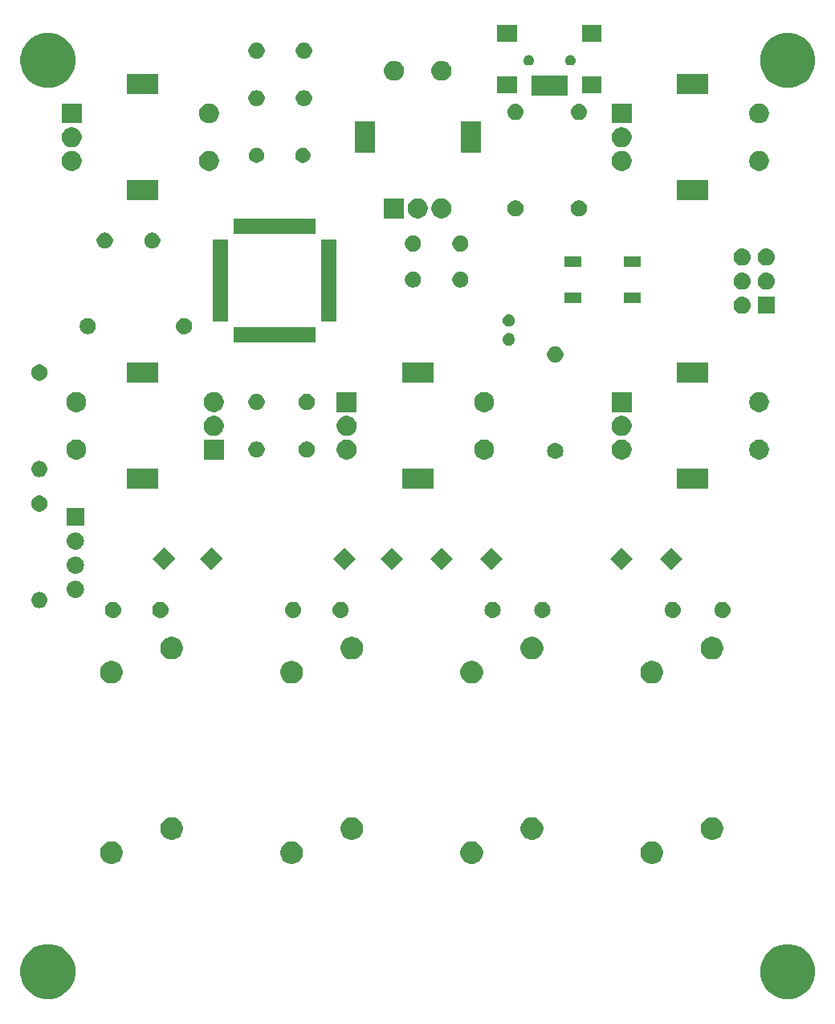
<source format=gts>
G04 #@! TF.GenerationSoftware,KiCad,Pcbnew,(5.1.4)-1*
G04 #@! TF.CreationDate,2019-10-28T18:01:08-07:00*
G04 #@! TF.ProjectId,louwii-pad,6c6f7577-6969-42d7-9061-642e6b696361,rev?*
G04 #@! TF.SameCoordinates,Original*
G04 #@! TF.FileFunction,Soldermask,Top*
G04 #@! TF.FilePolarity,Negative*
%FSLAX46Y46*%
G04 Gerber Fmt 4.6, Leading zero omitted, Abs format (unit mm)*
G04 Created by KiCad (PCBNEW (5.1.4)-1) date 2019-10-28 18:01:08*
%MOMM*%
%LPD*%
G04 APERTURE LIST*
%ADD10C,0.100000*%
G04 APERTURE END LIST*
D10*
G36*
X193846189Y-136010483D02*
G01*
X193846192Y-136010484D01*
X193846191Y-136010484D01*
X194374139Y-136229167D01*
X194849280Y-136546646D01*
X195253354Y-136950720D01*
X195570833Y-137425861D01*
X195570834Y-137425863D01*
X195789517Y-137953811D01*
X195901000Y-138514275D01*
X195901000Y-139085725D01*
X195789517Y-139646189D01*
X195789516Y-139646191D01*
X195570833Y-140174139D01*
X195253354Y-140649280D01*
X194849280Y-141053354D01*
X194374139Y-141370833D01*
X194374138Y-141370834D01*
X194374137Y-141370834D01*
X193846189Y-141589517D01*
X193285725Y-141701000D01*
X192714275Y-141701000D01*
X192153811Y-141589517D01*
X191625863Y-141370834D01*
X191625862Y-141370834D01*
X191625861Y-141370833D01*
X191150720Y-141053354D01*
X190746646Y-140649280D01*
X190429167Y-140174139D01*
X190210484Y-139646191D01*
X190210483Y-139646189D01*
X190099000Y-139085725D01*
X190099000Y-138514275D01*
X190210483Y-137953811D01*
X190429166Y-137425863D01*
X190429167Y-137425861D01*
X190746646Y-136950720D01*
X191150720Y-136546646D01*
X191625861Y-136229167D01*
X192153809Y-136010484D01*
X192153808Y-136010484D01*
X192153811Y-136010483D01*
X192714275Y-135899000D01*
X193285725Y-135899000D01*
X193846189Y-136010483D01*
X193846189Y-136010483D01*
G37*
G36*
X115846189Y-136010483D02*
G01*
X115846192Y-136010484D01*
X115846191Y-136010484D01*
X116374139Y-136229167D01*
X116849280Y-136546646D01*
X117253354Y-136950720D01*
X117570833Y-137425861D01*
X117570834Y-137425863D01*
X117789517Y-137953811D01*
X117901000Y-138514275D01*
X117901000Y-139085725D01*
X117789517Y-139646189D01*
X117789516Y-139646191D01*
X117570833Y-140174139D01*
X117253354Y-140649280D01*
X116849280Y-141053354D01*
X116374139Y-141370833D01*
X116374138Y-141370834D01*
X116374137Y-141370834D01*
X115846189Y-141589517D01*
X115285725Y-141701000D01*
X114714275Y-141701000D01*
X114153811Y-141589517D01*
X113625863Y-141370834D01*
X113625862Y-141370834D01*
X113625861Y-141370833D01*
X113150720Y-141053354D01*
X112746646Y-140649280D01*
X112429167Y-140174139D01*
X112210484Y-139646191D01*
X112210483Y-139646189D01*
X112099000Y-139085725D01*
X112099000Y-138514275D01*
X112210483Y-137953811D01*
X112429166Y-137425863D01*
X112429167Y-137425861D01*
X112746646Y-136950720D01*
X113150720Y-136546646D01*
X113625861Y-136229167D01*
X114153809Y-136010484D01*
X114153808Y-136010484D01*
X114153811Y-136010483D01*
X114714275Y-135899000D01*
X115285725Y-135899000D01*
X115846189Y-136010483D01*
X115846189Y-136010483D01*
G37*
G36*
X160038276Y-125111884D02*
G01*
X160255569Y-125201890D01*
X160255571Y-125201891D01*
X160451130Y-125332560D01*
X160617440Y-125498870D01*
X160748110Y-125694431D01*
X160838116Y-125911724D01*
X160884000Y-126142400D01*
X160884000Y-126377600D01*
X160838116Y-126608276D01*
X160748110Y-126825569D01*
X160748109Y-126825571D01*
X160617440Y-127021130D01*
X160451130Y-127187440D01*
X160255571Y-127318109D01*
X160255570Y-127318110D01*
X160255569Y-127318110D01*
X160038276Y-127408116D01*
X159807600Y-127454000D01*
X159572400Y-127454000D01*
X159341724Y-127408116D01*
X159124431Y-127318110D01*
X159124430Y-127318110D01*
X159124429Y-127318109D01*
X158928870Y-127187440D01*
X158762560Y-127021130D01*
X158631891Y-126825571D01*
X158631890Y-126825569D01*
X158541884Y-126608276D01*
X158496000Y-126377600D01*
X158496000Y-126142400D01*
X158541884Y-125911724D01*
X158631890Y-125694431D01*
X158762560Y-125498870D01*
X158928870Y-125332560D01*
X159124429Y-125201891D01*
X159124431Y-125201890D01*
X159341724Y-125111884D01*
X159572400Y-125066000D01*
X159807600Y-125066000D01*
X160038276Y-125111884D01*
X160038276Y-125111884D01*
G37*
G36*
X122038276Y-125111884D02*
G01*
X122255569Y-125201890D01*
X122255571Y-125201891D01*
X122451130Y-125332560D01*
X122617440Y-125498870D01*
X122748110Y-125694431D01*
X122838116Y-125911724D01*
X122884000Y-126142400D01*
X122884000Y-126377600D01*
X122838116Y-126608276D01*
X122748110Y-126825569D01*
X122748109Y-126825571D01*
X122617440Y-127021130D01*
X122451130Y-127187440D01*
X122255571Y-127318109D01*
X122255570Y-127318110D01*
X122255569Y-127318110D01*
X122038276Y-127408116D01*
X121807600Y-127454000D01*
X121572400Y-127454000D01*
X121341724Y-127408116D01*
X121124431Y-127318110D01*
X121124430Y-127318110D01*
X121124429Y-127318109D01*
X120928870Y-127187440D01*
X120762560Y-127021130D01*
X120631891Y-126825571D01*
X120631890Y-126825569D01*
X120541884Y-126608276D01*
X120496000Y-126377600D01*
X120496000Y-126142400D01*
X120541884Y-125911724D01*
X120631890Y-125694431D01*
X120762560Y-125498870D01*
X120928870Y-125332560D01*
X121124429Y-125201891D01*
X121124431Y-125201890D01*
X121341724Y-125111884D01*
X121572400Y-125066000D01*
X121807600Y-125066000D01*
X122038276Y-125111884D01*
X122038276Y-125111884D01*
G37*
G36*
X141038276Y-125111884D02*
G01*
X141255569Y-125201890D01*
X141255571Y-125201891D01*
X141451130Y-125332560D01*
X141617440Y-125498870D01*
X141748110Y-125694431D01*
X141838116Y-125911724D01*
X141884000Y-126142400D01*
X141884000Y-126377600D01*
X141838116Y-126608276D01*
X141748110Y-126825569D01*
X141748109Y-126825571D01*
X141617440Y-127021130D01*
X141451130Y-127187440D01*
X141255571Y-127318109D01*
X141255570Y-127318110D01*
X141255569Y-127318110D01*
X141038276Y-127408116D01*
X140807600Y-127454000D01*
X140572400Y-127454000D01*
X140341724Y-127408116D01*
X140124431Y-127318110D01*
X140124430Y-127318110D01*
X140124429Y-127318109D01*
X139928870Y-127187440D01*
X139762560Y-127021130D01*
X139631891Y-126825571D01*
X139631890Y-126825569D01*
X139541884Y-126608276D01*
X139496000Y-126377600D01*
X139496000Y-126142400D01*
X139541884Y-125911724D01*
X139631890Y-125694431D01*
X139762560Y-125498870D01*
X139928870Y-125332560D01*
X140124429Y-125201891D01*
X140124431Y-125201890D01*
X140341724Y-125111884D01*
X140572400Y-125066000D01*
X140807600Y-125066000D01*
X141038276Y-125111884D01*
X141038276Y-125111884D01*
G37*
G36*
X179038276Y-125111884D02*
G01*
X179255569Y-125201890D01*
X179255571Y-125201891D01*
X179451130Y-125332560D01*
X179617440Y-125498870D01*
X179748110Y-125694431D01*
X179838116Y-125911724D01*
X179884000Y-126142400D01*
X179884000Y-126377600D01*
X179838116Y-126608276D01*
X179748110Y-126825569D01*
X179748109Y-126825571D01*
X179617440Y-127021130D01*
X179451130Y-127187440D01*
X179255571Y-127318109D01*
X179255570Y-127318110D01*
X179255569Y-127318110D01*
X179038276Y-127408116D01*
X178807600Y-127454000D01*
X178572400Y-127454000D01*
X178341724Y-127408116D01*
X178124431Y-127318110D01*
X178124430Y-127318110D01*
X178124429Y-127318109D01*
X177928870Y-127187440D01*
X177762560Y-127021130D01*
X177631891Y-126825571D01*
X177631890Y-126825569D01*
X177541884Y-126608276D01*
X177496000Y-126377600D01*
X177496000Y-126142400D01*
X177541884Y-125911724D01*
X177631890Y-125694431D01*
X177762560Y-125498870D01*
X177928870Y-125332560D01*
X178124429Y-125201891D01*
X178124431Y-125201890D01*
X178341724Y-125111884D01*
X178572400Y-125066000D01*
X178807600Y-125066000D01*
X179038276Y-125111884D01*
X179038276Y-125111884D01*
G37*
G36*
X147388276Y-122571884D02*
G01*
X147605569Y-122661890D01*
X147605571Y-122661891D01*
X147801130Y-122792560D01*
X147967440Y-122958870D01*
X148098110Y-123154431D01*
X148188116Y-123371724D01*
X148234000Y-123602400D01*
X148234000Y-123837600D01*
X148188116Y-124068276D01*
X148098110Y-124285569D01*
X148098109Y-124285571D01*
X147967440Y-124481130D01*
X147801130Y-124647440D01*
X147605571Y-124778109D01*
X147605570Y-124778110D01*
X147605569Y-124778110D01*
X147388276Y-124868116D01*
X147157600Y-124914000D01*
X146922400Y-124914000D01*
X146691724Y-124868116D01*
X146474431Y-124778110D01*
X146474430Y-124778110D01*
X146474429Y-124778109D01*
X146278870Y-124647440D01*
X146112560Y-124481130D01*
X145981891Y-124285571D01*
X145981890Y-124285569D01*
X145891884Y-124068276D01*
X145846000Y-123837600D01*
X145846000Y-123602400D01*
X145891884Y-123371724D01*
X145981890Y-123154431D01*
X146112560Y-122958870D01*
X146278870Y-122792560D01*
X146474429Y-122661891D01*
X146474431Y-122661890D01*
X146691724Y-122571884D01*
X146922400Y-122526000D01*
X147157600Y-122526000D01*
X147388276Y-122571884D01*
X147388276Y-122571884D01*
G37*
G36*
X166388276Y-122571884D02*
G01*
X166605569Y-122661890D01*
X166605571Y-122661891D01*
X166801130Y-122792560D01*
X166967440Y-122958870D01*
X167098110Y-123154431D01*
X167188116Y-123371724D01*
X167234000Y-123602400D01*
X167234000Y-123837600D01*
X167188116Y-124068276D01*
X167098110Y-124285569D01*
X167098109Y-124285571D01*
X166967440Y-124481130D01*
X166801130Y-124647440D01*
X166605571Y-124778109D01*
X166605570Y-124778110D01*
X166605569Y-124778110D01*
X166388276Y-124868116D01*
X166157600Y-124914000D01*
X165922400Y-124914000D01*
X165691724Y-124868116D01*
X165474431Y-124778110D01*
X165474430Y-124778110D01*
X165474429Y-124778109D01*
X165278870Y-124647440D01*
X165112560Y-124481130D01*
X164981891Y-124285571D01*
X164981890Y-124285569D01*
X164891884Y-124068276D01*
X164846000Y-123837600D01*
X164846000Y-123602400D01*
X164891884Y-123371724D01*
X164981890Y-123154431D01*
X165112560Y-122958870D01*
X165278870Y-122792560D01*
X165474429Y-122661891D01*
X165474431Y-122661890D01*
X165691724Y-122571884D01*
X165922400Y-122526000D01*
X166157600Y-122526000D01*
X166388276Y-122571884D01*
X166388276Y-122571884D01*
G37*
G36*
X128388276Y-122571884D02*
G01*
X128605569Y-122661890D01*
X128605571Y-122661891D01*
X128801130Y-122792560D01*
X128967440Y-122958870D01*
X129098110Y-123154431D01*
X129188116Y-123371724D01*
X129234000Y-123602400D01*
X129234000Y-123837600D01*
X129188116Y-124068276D01*
X129098110Y-124285569D01*
X129098109Y-124285571D01*
X128967440Y-124481130D01*
X128801130Y-124647440D01*
X128605571Y-124778109D01*
X128605570Y-124778110D01*
X128605569Y-124778110D01*
X128388276Y-124868116D01*
X128157600Y-124914000D01*
X127922400Y-124914000D01*
X127691724Y-124868116D01*
X127474431Y-124778110D01*
X127474430Y-124778110D01*
X127474429Y-124778109D01*
X127278870Y-124647440D01*
X127112560Y-124481130D01*
X126981891Y-124285571D01*
X126981890Y-124285569D01*
X126891884Y-124068276D01*
X126846000Y-123837600D01*
X126846000Y-123602400D01*
X126891884Y-123371724D01*
X126981890Y-123154431D01*
X127112560Y-122958870D01*
X127278870Y-122792560D01*
X127474429Y-122661891D01*
X127474431Y-122661890D01*
X127691724Y-122571884D01*
X127922400Y-122526000D01*
X128157600Y-122526000D01*
X128388276Y-122571884D01*
X128388276Y-122571884D01*
G37*
G36*
X185388276Y-122571884D02*
G01*
X185605569Y-122661890D01*
X185605571Y-122661891D01*
X185801130Y-122792560D01*
X185967440Y-122958870D01*
X186098110Y-123154431D01*
X186188116Y-123371724D01*
X186234000Y-123602400D01*
X186234000Y-123837600D01*
X186188116Y-124068276D01*
X186098110Y-124285569D01*
X186098109Y-124285571D01*
X185967440Y-124481130D01*
X185801130Y-124647440D01*
X185605571Y-124778109D01*
X185605570Y-124778110D01*
X185605569Y-124778110D01*
X185388276Y-124868116D01*
X185157600Y-124914000D01*
X184922400Y-124914000D01*
X184691724Y-124868116D01*
X184474431Y-124778110D01*
X184474430Y-124778110D01*
X184474429Y-124778109D01*
X184278870Y-124647440D01*
X184112560Y-124481130D01*
X183981891Y-124285571D01*
X183981890Y-124285569D01*
X183891884Y-124068276D01*
X183846000Y-123837600D01*
X183846000Y-123602400D01*
X183891884Y-123371724D01*
X183981890Y-123154431D01*
X184112560Y-122958870D01*
X184278870Y-122792560D01*
X184474429Y-122661891D01*
X184474431Y-122661890D01*
X184691724Y-122571884D01*
X184922400Y-122526000D01*
X185157600Y-122526000D01*
X185388276Y-122571884D01*
X185388276Y-122571884D01*
G37*
G36*
X122038276Y-106111884D02*
G01*
X122255569Y-106201890D01*
X122255571Y-106201891D01*
X122451130Y-106332560D01*
X122617440Y-106498870D01*
X122748110Y-106694431D01*
X122838116Y-106911724D01*
X122884000Y-107142400D01*
X122884000Y-107377600D01*
X122838116Y-107608276D01*
X122748110Y-107825569D01*
X122748109Y-107825571D01*
X122617440Y-108021130D01*
X122451130Y-108187440D01*
X122255571Y-108318109D01*
X122255570Y-108318110D01*
X122255569Y-108318110D01*
X122038276Y-108408116D01*
X121807600Y-108454000D01*
X121572400Y-108454000D01*
X121341724Y-108408116D01*
X121124431Y-108318110D01*
X121124430Y-108318110D01*
X121124429Y-108318109D01*
X120928870Y-108187440D01*
X120762560Y-108021130D01*
X120631891Y-107825571D01*
X120631890Y-107825569D01*
X120541884Y-107608276D01*
X120496000Y-107377600D01*
X120496000Y-107142400D01*
X120541884Y-106911724D01*
X120631890Y-106694431D01*
X120762560Y-106498870D01*
X120928870Y-106332560D01*
X121124429Y-106201891D01*
X121124431Y-106201890D01*
X121341724Y-106111884D01*
X121572400Y-106066000D01*
X121807600Y-106066000D01*
X122038276Y-106111884D01*
X122038276Y-106111884D01*
G37*
G36*
X141038276Y-106111884D02*
G01*
X141255569Y-106201890D01*
X141255571Y-106201891D01*
X141451130Y-106332560D01*
X141617440Y-106498870D01*
X141748110Y-106694431D01*
X141838116Y-106911724D01*
X141884000Y-107142400D01*
X141884000Y-107377600D01*
X141838116Y-107608276D01*
X141748110Y-107825569D01*
X141748109Y-107825571D01*
X141617440Y-108021130D01*
X141451130Y-108187440D01*
X141255571Y-108318109D01*
X141255570Y-108318110D01*
X141255569Y-108318110D01*
X141038276Y-108408116D01*
X140807600Y-108454000D01*
X140572400Y-108454000D01*
X140341724Y-108408116D01*
X140124431Y-108318110D01*
X140124430Y-108318110D01*
X140124429Y-108318109D01*
X139928870Y-108187440D01*
X139762560Y-108021130D01*
X139631891Y-107825571D01*
X139631890Y-107825569D01*
X139541884Y-107608276D01*
X139496000Y-107377600D01*
X139496000Y-107142400D01*
X139541884Y-106911724D01*
X139631890Y-106694431D01*
X139762560Y-106498870D01*
X139928870Y-106332560D01*
X140124429Y-106201891D01*
X140124431Y-106201890D01*
X140341724Y-106111884D01*
X140572400Y-106066000D01*
X140807600Y-106066000D01*
X141038276Y-106111884D01*
X141038276Y-106111884D01*
G37*
G36*
X179038276Y-106111884D02*
G01*
X179255569Y-106201890D01*
X179255571Y-106201891D01*
X179451130Y-106332560D01*
X179617440Y-106498870D01*
X179748110Y-106694431D01*
X179838116Y-106911724D01*
X179884000Y-107142400D01*
X179884000Y-107377600D01*
X179838116Y-107608276D01*
X179748110Y-107825569D01*
X179748109Y-107825571D01*
X179617440Y-108021130D01*
X179451130Y-108187440D01*
X179255571Y-108318109D01*
X179255570Y-108318110D01*
X179255569Y-108318110D01*
X179038276Y-108408116D01*
X178807600Y-108454000D01*
X178572400Y-108454000D01*
X178341724Y-108408116D01*
X178124431Y-108318110D01*
X178124430Y-108318110D01*
X178124429Y-108318109D01*
X177928870Y-108187440D01*
X177762560Y-108021130D01*
X177631891Y-107825571D01*
X177631890Y-107825569D01*
X177541884Y-107608276D01*
X177496000Y-107377600D01*
X177496000Y-107142400D01*
X177541884Y-106911724D01*
X177631890Y-106694431D01*
X177762560Y-106498870D01*
X177928870Y-106332560D01*
X178124429Y-106201891D01*
X178124431Y-106201890D01*
X178341724Y-106111884D01*
X178572400Y-106066000D01*
X178807600Y-106066000D01*
X179038276Y-106111884D01*
X179038276Y-106111884D01*
G37*
G36*
X160038276Y-106111884D02*
G01*
X160255569Y-106201890D01*
X160255571Y-106201891D01*
X160451130Y-106332560D01*
X160617440Y-106498870D01*
X160748110Y-106694431D01*
X160838116Y-106911724D01*
X160884000Y-107142400D01*
X160884000Y-107377600D01*
X160838116Y-107608276D01*
X160748110Y-107825569D01*
X160748109Y-107825571D01*
X160617440Y-108021130D01*
X160451130Y-108187440D01*
X160255571Y-108318109D01*
X160255570Y-108318110D01*
X160255569Y-108318110D01*
X160038276Y-108408116D01*
X159807600Y-108454000D01*
X159572400Y-108454000D01*
X159341724Y-108408116D01*
X159124431Y-108318110D01*
X159124430Y-108318110D01*
X159124429Y-108318109D01*
X158928870Y-108187440D01*
X158762560Y-108021130D01*
X158631891Y-107825571D01*
X158631890Y-107825569D01*
X158541884Y-107608276D01*
X158496000Y-107377600D01*
X158496000Y-107142400D01*
X158541884Y-106911724D01*
X158631890Y-106694431D01*
X158762560Y-106498870D01*
X158928870Y-106332560D01*
X159124429Y-106201891D01*
X159124431Y-106201890D01*
X159341724Y-106111884D01*
X159572400Y-106066000D01*
X159807600Y-106066000D01*
X160038276Y-106111884D01*
X160038276Y-106111884D01*
G37*
G36*
X147388276Y-103571884D02*
G01*
X147605569Y-103661890D01*
X147605571Y-103661891D01*
X147801130Y-103792560D01*
X147967440Y-103958870D01*
X148098110Y-104154431D01*
X148188116Y-104371724D01*
X148234000Y-104602400D01*
X148234000Y-104837600D01*
X148188116Y-105068276D01*
X148098110Y-105285569D01*
X148098109Y-105285571D01*
X147967440Y-105481130D01*
X147801130Y-105647440D01*
X147605571Y-105778109D01*
X147605570Y-105778110D01*
X147605569Y-105778110D01*
X147388276Y-105868116D01*
X147157600Y-105914000D01*
X146922400Y-105914000D01*
X146691724Y-105868116D01*
X146474431Y-105778110D01*
X146474430Y-105778110D01*
X146474429Y-105778109D01*
X146278870Y-105647440D01*
X146112560Y-105481130D01*
X145981891Y-105285571D01*
X145981890Y-105285569D01*
X145891884Y-105068276D01*
X145846000Y-104837600D01*
X145846000Y-104602400D01*
X145891884Y-104371724D01*
X145981890Y-104154431D01*
X146112560Y-103958870D01*
X146278870Y-103792560D01*
X146474429Y-103661891D01*
X146474431Y-103661890D01*
X146691724Y-103571884D01*
X146922400Y-103526000D01*
X147157600Y-103526000D01*
X147388276Y-103571884D01*
X147388276Y-103571884D01*
G37*
G36*
X166388276Y-103571884D02*
G01*
X166605569Y-103661890D01*
X166605571Y-103661891D01*
X166801130Y-103792560D01*
X166967440Y-103958870D01*
X167098110Y-104154431D01*
X167188116Y-104371724D01*
X167234000Y-104602400D01*
X167234000Y-104837600D01*
X167188116Y-105068276D01*
X167098110Y-105285569D01*
X167098109Y-105285571D01*
X166967440Y-105481130D01*
X166801130Y-105647440D01*
X166605571Y-105778109D01*
X166605570Y-105778110D01*
X166605569Y-105778110D01*
X166388276Y-105868116D01*
X166157600Y-105914000D01*
X165922400Y-105914000D01*
X165691724Y-105868116D01*
X165474431Y-105778110D01*
X165474430Y-105778110D01*
X165474429Y-105778109D01*
X165278870Y-105647440D01*
X165112560Y-105481130D01*
X164981891Y-105285571D01*
X164981890Y-105285569D01*
X164891884Y-105068276D01*
X164846000Y-104837600D01*
X164846000Y-104602400D01*
X164891884Y-104371724D01*
X164981890Y-104154431D01*
X165112560Y-103958870D01*
X165278870Y-103792560D01*
X165474429Y-103661891D01*
X165474431Y-103661890D01*
X165691724Y-103571884D01*
X165922400Y-103526000D01*
X166157600Y-103526000D01*
X166388276Y-103571884D01*
X166388276Y-103571884D01*
G37*
G36*
X185388276Y-103571884D02*
G01*
X185605569Y-103661890D01*
X185605571Y-103661891D01*
X185801130Y-103792560D01*
X185967440Y-103958870D01*
X186098110Y-104154431D01*
X186188116Y-104371724D01*
X186234000Y-104602400D01*
X186234000Y-104837600D01*
X186188116Y-105068276D01*
X186098110Y-105285569D01*
X186098109Y-105285571D01*
X185967440Y-105481130D01*
X185801130Y-105647440D01*
X185605571Y-105778109D01*
X185605570Y-105778110D01*
X185605569Y-105778110D01*
X185388276Y-105868116D01*
X185157600Y-105914000D01*
X184922400Y-105914000D01*
X184691724Y-105868116D01*
X184474431Y-105778110D01*
X184474430Y-105778110D01*
X184474429Y-105778109D01*
X184278870Y-105647440D01*
X184112560Y-105481130D01*
X183981891Y-105285571D01*
X183981890Y-105285569D01*
X183891884Y-105068276D01*
X183846000Y-104837600D01*
X183846000Y-104602400D01*
X183891884Y-104371724D01*
X183981890Y-104154431D01*
X184112560Y-103958870D01*
X184278870Y-103792560D01*
X184474429Y-103661891D01*
X184474431Y-103661890D01*
X184691724Y-103571884D01*
X184922400Y-103526000D01*
X185157600Y-103526000D01*
X185388276Y-103571884D01*
X185388276Y-103571884D01*
G37*
G36*
X128388276Y-103571884D02*
G01*
X128605569Y-103661890D01*
X128605571Y-103661891D01*
X128801130Y-103792560D01*
X128967440Y-103958870D01*
X129098110Y-104154431D01*
X129188116Y-104371724D01*
X129234000Y-104602400D01*
X129234000Y-104837600D01*
X129188116Y-105068276D01*
X129098110Y-105285569D01*
X129098109Y-105285571D01*
X128967440Y-105481130D01*
X128801130Y-105647440D01*
X128605571Y-105778109D01*
X128605570Y-105778110D01*
X128605569Y-105778110D01*
X128388276Y-105868116D01*
X128157600Y-105914000D01*
X127922400Y-105914000D01*
X127691724Y-105868116D01*
X127474431Y-105778110D01*
X127474430Y-105778110D01*
X127474429Y-105778109D01*
X127278870Y-105647440D01*
X127112560Y-105481130D01*
X126981891Y-105285571D01*
X126981890Y-105285569D01*
X126891884Y-105068276D01*
X126846000Y-104837600D01*
X126846000Y-104602400D01*
X126891884Y-104371724D01*
X126981890Y-104154431D01*
X127112560Y-103958870D01*
X127278870Y-103792560D01*
X127474429Y-103661891D01*
X127474431Y-103661890D01*
X127691724Y-103571884D01*
X127922400Y-103526000D01*
X128157600Y-103526000D01*
X128388276Y-103571884D01*
X128388276Y-103571884D01*
G37*
G36*
X186304977Y-99849467D02*
G01*
X186465396Y-99898130D01*
X186598060Y-99969040D01*
X186613232Y-99977150D01*
X186742813Y-100083495D01*
X186849158Y-100213076D01*
X186849159Y-100213078D01*
X186928178Y-100360912D01*
X186976841Y-100521331D01*
X186993271Y-100688154D01*
X186976841Y-100854977D01*
X186928178Y-101015396D01*
X186857268Y-101148060D01*
X186849158Y-101163232D01*
X186742813Y-101292813D01*
X186613232Y-101399158D01*
X186613230Y-101399159D01*
X186465396Y-101478178D01*
X186304977Y-101526841D01*
X186179958Y-101539154D01*
X186096350Y-101539154D01*
X185971331Y-101526841D01*
X185810912Y-101478178D01*
X185663078Y-101399159D01*
X185663076Y-101399158D01*
X185533495Y-101292813D01*
X185427150Y-101163232D01*
X185419040Y-101148060D01*
X185348130Y-101015396D01*
X185299467Y-100854977D01*
X185283037Y-100688154D01*
X185299467Y-100521331D01*
X185348130Y-100360912D01*
X185427149Y-100213078D01*
X185427150Y-100213076D01*
X185533495Y-100083495D01*
X185663076Y-99977150D01*
X185678248Y-99969040D01*
X185810912Y-99898130D01*
X185971331Y-99849467D01*
X186096350Y-99837154D01*
X186179958Y-99837154D01*
X186304977Y-99849467D01*
X186304977Y-99849467D01*
G37*
G36*
X127028669Y-99849467D02*
G01*
X127189088Y-99898130D01*
X127321752Y-99969040D01*
X127336924Y-99977150D01*
X127466505Y-100083495D01*
X127572850Y-100213076D01*
X127572851Y-100213078D01*
X127651870Y-100360912D01*
X127700533Y-100521331D01*
X127716963Y-100688154D01*
X127700533Y-100854977D01*
X127651870Y-101015396D01*
X127580960Y-101148060D01*
X127572850Y-101163232D01*
X127466505Y-101292813D01*
X127336924Y-101399158D01*
X127336922Y-101399159D01*
X127189088Y-101478178D01*
X127028669Y-101526841D01*
X126903650Y-101539154D01*
X126820042Y-101539154D01*
X126695023Y-101526841D01*
X126534604Y-101478178D01*
X126386770Y-101399159D01*
X126386768Y-101399158D01*
X126257187Y-101292813D01*
X126150842Y-101163232D01*
X126142732Y-101148060D01*
X126071822Y-101015396D01*
X126023159Y-100854977D01*
X126006729Y-100688154D01*
X126023159Y-100521331D01*
X126071822Y-100360912D01*
X126150841Y-100213078D01*
X126150842Y-100213076D01*
X126257187Y-100083495D01*
X126386768Y-99977150D01*
X126401940Y-99969040D01*
X126534604Y-99898130D01*
X126695023Y-99849467D01*
X126820042Y-99837154D01*
X126903650Y-99837154D01*
X127028669Y-99849467D01*
X127028669Y-99849467D01*
G37*
G36*
X141028669Y-99849467D02*
G01*
X141189088Y-99898130D01*
X141321752Y-99969040D01*
X141336924Y-99977150D01*
X141466505Y-100083495D01*
X141572850Y-100213076D01*
X141572851Y-100213078D01*
X141651870Y-100360912D01*
X141700533Y-100521331D01*
X141716963Y-100688154D01*
X141700533Y-100854977D01*
X141651870Y-101015396D01*
X141580960Y-101148060D01*
X141572850Y-101163232D01*
X141466505Y-101292813D01*
X141336924Y-101399158D01*
X141336922Y-101399159D01*
X141189088Y-101478178D01*
X141028669Y-101526841D01*
X140903650Y-101539154D01*
X140820042Y-101539154D01*
X140695023Y-101526841D01*
X140534604Y-101478178D01*
X140386770Y-101399159D01*
X140386768Y-101399158D01*
X140257187Y-101292813D01*
X140150842Y-101163232D01*
X140142732Y-101148060D01*
X140071822Y-101015396D01*
X140023159Y-100854977D01*
X140006729Y-100688154D01*
X140023159Y-100521331D01*
X140071822Y-100360912D01*
X140150841Y-100213078D01*
X140150842Y-100213076D01*
X140257187Y-100083495D01*
X140386768Y-99977150D01*
X140401940Y-99969040D01*
X140534604Y-99898130D01*
X140695023Y-99849467D01*
X140820042Y-99837154D01*
X140903650Y-99837154D01*
X141028669Y-99849467D01*
X141028669Y-99849467D01*
G37*
G36*
X146028669Y-99849467D02*
G01*
X146189088Y-99898130D01*
X146321752Y-99969040D01*
X146336924Y-99977150D01*
X146466505Y-100083495D01*
X146572850Y-100213076D01*
X146572851Y-100213078D01*
X146651870Y-100360912D01*
X146700533Y-100521331D01*
X146716963Y-100688154D01*
X146700533Y-100854977D01*
X146651870Y-101015396D01*
X146580960Y-101148060D01*
X146572850Y-101163232D01*
X146466505Y-101292813D01*
X146336924Y-101399158D01*
X146336922Y-101399159D01*
X146189088Y-101478178D01*
X146028669Y-101526841D01*
X145903650Y-101539154D01*
X145820042Y-101539154D01*
X145695023Y-101526841D01*
X145534604Y-101478178D01*
X145386770Y-101399159D01*
X145386768Y-101399158D01*
X145257187Y-101292813D01*
X145150842Y-101163232D01*
X145142732Y-101148060D01*
X145071822Y-101015396D01*
X145023159Y-100854977D01*
X145006729Y-100688154D01*
X145023159Y-100521331D01*
X145071822Y-100360912D01*
X145150841Y-100213078D01*
X145150842Y-100213076D01*
X145257187Y-100083495D01*
X145386768Y-99977150D01*
X145401940Y-99969040D01*
X145534604Y-99898130D01*
X145695023Y-99849467D01*
X145820042Y-99837154D01*
X145903650Y-99837154D01*
X146028669Y-99849467D01*
X146028669Y-99849467D01*
G37*
G36*
X162054977Y-99849467D02*
G01*
X162215396Y-99898130D01*
X162348060Y-99969040D01*
X162363232Y-99977150D01*
X162492813Y-100083495D01*
X162599158Y-100213076D01*
X162599159Y-100213078D01*
X162678178Y-100360912D01*
X162726841Y-100521331D01*
X162743271Y-100688154D01*
X162726841Y-100854977D01*
X162678178Y-101015396D01*
X162607268Y-101148060D01*
X162599158Y-101163232D01*
X162492813Y-101292813D01*
X162363232Y-101399158D01*
X162363230Y-101399159D01*
X162215396Y-101478178D01*
X162054977Y-101526841D01*
X161929958Y-101539154D01*
X161846350Y-101539154D01*
X161721331Y-101526841D01*
X161560912Y-101478178D01*
X161413078Y-101399159D01*
X161413076Y-101399158D01*
X161283495Y-101292813D01*
X161177150Y-101163232D01*
X161169040Y-101148060D01*
X161098130Y-101015396D01*
X161049467Y-100854977D01*
X161033037Y-100688154D01*
X161049467Y-100521331D01*
X161098130Y-100360912D01*
X161177149Y-100213078D01*
X161177150Y-100213076D01*
X161283495Y-100083495D01*
X161413076Y-99977150D01*
X161428248Y-99969040D01*
X161560912Y-99898130D01*
X161721331Y-99849467D01*
X161846350Y-99837154D01*
X161929958Y-99837154D01*
X162054977Y-99849467D01*
X162054977Y-99849467D01*
G37*
G36*
X167304977Y-99849467D02*
G01*
X167465396Y-99898130D01*
X167598060Y-99969040D01*
X167613232Y-99977150D01*
X167742813Y-100083495D01*
X167849158Y-100213076D01*
X167849159Y-100213078D01*
X167928178Y-100360912D01*
X167976841Y-100521331D01*
X167993271Y-100688154D01*
X167976841Y-100854977D01*
X167928178Y-101015396D01*
X167857268Y-101148060D01*
X167849158Y-101163232D01*
X167742813Y-101292813D01*
X167613232Y-101399158D01*
X167613230Y-101399159D01*
X167465396Y-101478178D01*
X167304977Y-101526841D01*
X167179958Y-101539154D01*
X167096350Y-101539154D01*
X166971331Y-101526841D01*
X166810912Y-101478178D01*
X166663078Y-101399159D01*
X166663076Y-101399158D01*
X166533495Y-101292813D01*
X166427150Y-101163232D01*
X166419040Y-101148060D01*
X166348130Y-101015396D01*
X166299467Y-100854977D01*
X166283037Y-100688154D01*
X166299467Y-100521331D01*
X166348130Y-100360912D01*
X166427149Y-100213078D01*
X166427150Y-100213076D01*
X166533495Y-100083495D01*
X166663076Y-99977150D01*
X166678248Y-99969040D01*
X166810912Y-99898130D01*
X166971331Y-99849467D01*
X167096350Y-99837154D01*
X167179958Y-99837154D01*
X167304977Y-99849467D01*
X167304977Y-99849467D01*
G37*
G36*
X181054977Y-99849467D02*
G01*
X181215396Y-99898130D01*
X181348060Y-99969040D01*
X181363232Y-99977150D01*
X181492813Y-100083495D01*
X181599158Y-100213076D01*
X181599159Y-100213078D01*
X181678178Y-100360912D01*
X181726841Y-100521331D01*
X181743271Y-100688154D01*
X181726841Y-100854977D01*
X181678178Y-101015396D01*
X181607268Y-101148060D01*
X181599158Y-101163232D01*
X181492813Y-101292813D01*
X181363232Y-101399158D01*
X181363230Y-101399159D01*
X181215396Y-101478178D01*
X181054977Y-101526841D01*
X180929958Y-101539154D01*
X180846350Y-101539154D01*
X180721331Y-101526841D01*
X180560912Y-101478178D01*
X180413078Y-101399159D01*
X180413076Y-101399158D01*
X180283495Y-101292813D01*
X180177150Y-101163232D01*
X180169040Y-101148060D01*
X180098130Y-101015396D01*
X180049467Y-100854977D01*
X180033037Y-100688154D01*
X180049467Y-100521331D01*
X180098130Y-100360912D01*
X180177149Y-100213078D01*
X180177150Y-100213076D01*
X180283495Y-100083495D01*
X180413076Y-99977150D01*
X180428248Y-99969040D01*
X180560912Y-99898130D01*
X180721331Y-99849467D01*
X180846350Y-99837154D01*
X180929958Y-99837154D01*
X181054977Y-99849467D01*
X181054977Y-99849467D01*
G37*
G36*
X122028669Y-99849467D02*
G01*
X122189088Y-99898130D01*
X122321752Y-99969040D01*
X122336924Y-99977150D01*
X122466505Y-100083495D01*
X122572850Y-100213076D01*
X122572851Y-100213078D01*
X122651870Y-100360912D01*
X122700533Y-100521331D01*
X122716963Y-100688154D01*
X122700533Y-100854977D01*
X122651870Y-101015396D01*
X122580960Y-101148060D01*
X122572850Y-101163232D01*
X122466505Y-101292813D01*
X122336924Y-101399158D01*
X122336922Y-101399159D01*
X122189088Y-101478178D01*
X122028669Y-101526841D01*
X121903650Y-101539154D01*
X121820042Y-101539154D01*
X121695023Y-101526841D01*
X121534604Y-101478178D01*
X121386770Y-101399159D01*
X121386768Y-101399158D01*
X121257187Y-101292813D01*
X121150842Y-101163232D01*
X121142732Y-101148060D01*
X121071822Y-101015396D01*
X121023159Y-100854977D01*
X121006729Y-100688154D01*
X121023159Y-100521331D01*
X121071822Y-100360912D01*
X121150841Y-100213078D01*
X121150842Y-100213076D01*
X121257187Y-100083495D01*
X121386768Y-99977150D01*
X121401940Y-99969040D01*
X121534604Y-99898130D01*
X121695023Y-99849467D01*
X121820042Y-99837154D01*
X121903650Y-99837154D01*
X122028669Y-99849467D01*
X122028669Y-99849467D01*
G37*
G36*
X114266823Y-98821313D02*
G01*
X114427242Y-98869976D01*
X114559906Y-98940886D01*
X114575078Y-98948996D01*
X114704659Y-99055341D01*
X114811004Y-99184922D01*
X114811005Y-99184924D01*
X114890024Y-99332758D01*
X114938687Y-99493177D01*
X114955117Y-99660000D01*
X114938687Y-99826823D01*
X114890024Y-99987242D01*
X114819114Y-100119906D01*
X114811004Y-100135078D01*
X114704659Y-100264659D01*
X114575078Y-100371004D01*
X114575076Y-100371005D01*
X114427242Y-100450024D01*
X114266823Y-100498687D01*
X114141804Y-100511000D01*
X114058196Y-100511000D01*
X113933177Y-100498687D01*
X113772758Y-100450024D01*
X113624924Y-100371005D01*
X113624922Y-100371004D01*
X113495341Y-100264659D01*
X113388996Y-100135078D01*
X113380886Y-100119906D01*
X113309976Y-99987242D01*
X113261313Y-99826823D01*
X113244883Y-99660000D01*
X113261313Y-99493177D01*
X113309976Y-99332758D01*
X113388995Y-99184924D01*
X113388996Y-99184922D01*
X113495341Y-99055341D01*
X113624922Y-98948996D01*
X113640094Y-98940886D01*
X113772758Y-98869976D01*
X113933177Y-98821313D01*
X114058196Y-98809000D01*
X114141804Y-98809000D01*
X114266823Y-98821313D01*
X114266823Y-98821313D01*
G37*
G36*
X118010442Y-97625518D02*
G01*
X118076627Y-97632037D01*
X118246466Y-97683557D01*
X118402991Y-97767222D01*
X118438729Y-97796552D01*
X118540186Y-97879814D01*
X118623448Y-97981271D01*
X118652778Y-98017009D01*
X118736443Y-98173534D01*
X118787963Y-98343373D01*
X118805359Y-98520000D01*
X118787963Y-98696627D01*
X118736443Y-98866466D01*
X118652778Y-99022991D01*
X118626229Y-99055341D01*
X118540186Y-99160186D01*
X118438729Y-99243448D01*
X118402991Y-99272778D01*
X118246466Y-99356443D01*
X118076627Y-99407963D01*
X118010443Y-99414481D01*
X117944260Y-99421000D01*
X117855740Y-99421000D01*
X117789558Y-99414482D01*
X117723373Y-99407963D01*
X117553534Y-99356443D01*
X117397009Y-99272778D01*
X117361271Y-99243448D01*
X117259814Y-99160186D01*
X117173771Y-99055341D01*
X117147222Y-99022991D01*
X117063557Y-98866466D01*
X117012037Y-98696627D01*
X116994641Y-98520000D01*
X117012037Y-98343373D01*
X117063557Y-98173534D01*
X117147222Y-98017009D01*
X117176552Y-97981271D01*
X117259814Y-97879814D01*
X117361271Y-97796552D01*
X117397009Y-97767222D01*
X117553534Y-97683557D01*
X117723373Y-97632037D01*
X117789558Y-97625518D01*
X117855740Y-97619000D01*
X117944260Y-97619000D01*
X118010442Y-97625518D01*
X118010442Y-97625518D01*
G37*
G36*
X118010442Y-95085518D02*
G01*
X118076627Y-95092037D01*
X118246466Y-95143557D01*
X118402991Y-95227222D01*
X118438729Y-95256552D01*
X118540186Y-95339814D01*
X118623448Y-95441271D01*
X118652778Y-95477009D01*
X118736443Y-95633534D01*
X118787963Y-95803373D01*
X118805359Y-95980000D01*
X118787963Y-96156627D01*
X118736443Y-96326466D01*
X118652778Y-96482991D01*
X118635950Y-96503496D01*
X118540186Y-96620186D01*
X118438729Y-96703448D01*
X118402991Y-96732778D01*
X118246466Y-96816443D01*
X118076627Y-96867963D01*
X118010442Y-96874482D01*
X117944260Y-96881000D01*
X117855740Y-96881000D01*
X117789557Y-96874481D01*
X117723373Y-96867963D01*
X117553534Y-96816443D01*
X117397009Y-96732778D01*
X117361271Y-96703448D01*
X117259814Y-96620186D01*
X117164050Y-96503496D01*
X117147222Y-96482991D01*
X117063557Y-96326466D01*
X117012037Y-96156627D01*
X116994641Y-95980000D01*
X117012037Y-95803373D01*
X117063557Y-95633534D01*
X117147222Y-95477009D01*
X117176552Y-95441271D01*
X117259814Y-95339814D01*
X117361271Y-95256552D01*
X117397009Y-95227222D01*
X117553534Y-95143557D01*
X117723373Y-95092037D01*
X117789558Y-95085518D01*
X117855740Y-95079000D01*
X117944260Y-95079000D01*
X118010442Y-95085518D01*
X118010442Y-95085518D01*
G37*
G36*
X181953496Y-95300000D02*
G01*
X180750000Y-96503496D01*
X179546504Y-95300000D01*
X180750000Y-94096504D01*
X181953496Y-95300000D01*
X181953496Y-95300000D01*
G37*
G36*
X176703496Y-95300000D02*
G01*
X175500000Y-96503496D01*
X174296504Y-95300000D01*
X175500000Y-94096504D01*
X176703496Y-95300000D01*
X176703496Y-95300000D01*
G37*
G36*
X157703496Y-95300000D02*
G01*
X156500000Y-96503496D01*
X155296504Y-95300000D01*
X156500000Y-94096504D01*
X157703496Y-95300000D01*
X157703496Y-95300000D01*
G37*
G36*
X152453496Y-95300000D02*
G01*
X151250000Y-96503496D01*
X150046504Y-95300000D01*
X151250000Y-94096504D01*
X152453496Y-95300000D01*
X152453496Y-95300000D01*
G37*
G36*
X133453496Y-95300000D02*
G01*
X132250000Y-96503496D01*
X131046504Y-95300000D01*
X132250000Y-94096504D01*
X133453496Y-95300000D01*
X133453496Y-95300000D01*
G37*
G36*
X128453496Y-95300000D02*
G01*
X127250000Y-96503496D01*
X126046504Y-95300000D01*
X127250000Y-94096504D01*
X128453496Y-95300000D01*
X128453496Y-95300000D01*
G37*
G36*
X162953496Y-95300000D02*
G01*
X161750000Y-96503496D01*
X160546504Y-95300000D01*
X161750000Y-94096504D01*
X162953496Y-95300000D01*
X162953496Y-95300000D01*
G37*
G36*
X147453496Y-95300000D02*
G01*
X146250000Y-96503496D01*
X145046504Y-95300000D01*
X146250000Y-94096504D01*
X147453496Y-95300000D01*
X147453496Y-95300000D01*
G37*
G36*
X118010443Y-92545519D02*
G01*
X118076627Y-92552037D01*
X118246466Y-92603557D01*
X118402991Y-92687222D01*
X118438729Y-92716552D01*
X118540186Y-92799814D01*
X118623448Y-92901271D01*
X118652778Y-92937009D01*
X118736443Y-93093534D01*
X118787963Y-93263373D01*
X118805359Y-93440000D01*
X118787963Y-93616627D01*
X118736443Y-93786466D01*
X118652778Y-93942991D01*
X118623448Y-93978729D01*
X118540186Y-94080186D01*
X118438729Y-94163448D01*
X118402991Y-94192778D01*
X118246466Y-94276443D01*
X118076627Y-94327963D01*
X118010443Y-94334481D01*
X117944260Y-94341000D01*
X117855740Y-94341000D01*
X117789558Y-94334482D01*
X117723373Y-94327963D01*
X117553534Y-94276443D01*
X117397009Y-94192778D01*
X117361271Y-94163448D01*
X117259814Y-94080186D01*
X117176552Y-93978729D01*
X117147222Y-93942991D01*
X117063557Y-93786466D01*
X117012037Y-93616627D01*
X116994641Y-93440000D01*
X117012037Y-93263373D01*
X117063557Y-93093534D01*
X117147222Y-92937009D01*
X117176552Y-92901271D01*
X117259814Y-92799814D01*
X117361271Y-92716552D01*
X117397009Y-92687222D01*
X117553534Y-92603557D01*
X117723373Y-92552037D01*
X117789557Y-92545519D01*
X117855740Y-92539000D01*
X117944260Y-92539000D01*
X118010443Y-92545519D01*
X118010443Y-92545519D01*
G37*
G36*
X118801000Y-91801000D02*
G01*
X116999000Y-91801000D01*
X116999000Y-89999000D01*
X118801000Y-89999000D01*
X118801000Y-91801000D01*
X118801000Y-91801000D01*
G37*
G36*
X114348228Y-88681703D02*
G01*
X114503100Y-88745853D01*
X114642481Y-88838985D01*
X114761015Y-88957519D01*
X114854147Y-89096900D01*
X114918297Y-89251772D01*
X114951000Y-89416184D01*
X114951000Y-89583816D01*
X114918297Y-89748228D01*
X114854147Y-89903100D01*
X114761015Y-90042481D01*
X114642481Y-90161015D01*
X114503100Y-90254147D01*
X114348228Y-90318297D01*
X114183816Y-90351000D01*
X114016184Y-90351000D01*
X113851772Y-90318297D01*
X113696900Y-90254147D01*
X113557519Y-90161015D01*
X113438985Y-90042481D01*
X113345853Y-89903100D01*
X113281703Y-89748228D01*
X113249000Y-89583816D01*
X113249000Y-89416184D01*
X113281703Y-89251772D01*
X113345853Y-89096900D01*
X113438985Y-88957519D01*
X113557519Y-88838985D01*
X113696900Y-88745853D01*
X113851772Y-88681703D01*
X114016184Y-88649000D01*
X114183816Y-88649000D01*
X114348228Y-88681703D01*
X114348228Y-88681703D01*
G37*
G36*
X184651000Y-87951000D02*
G01*
X181349000Y-87951000D01*
X181349000Y-85849000D01*
X184651000Y-85849000D01*
X184651000Y-87951000D01*
X184651000Y-87951000D01*
G37*
G36*
X155651000Y-87951000D02*
G01*
X152349000Y-87951000D01*
X152349000Y-85849000D01*
X155651000Y-85849000D01*
X155651000Y-87951000D01*
X155651000Y-87951000D01*
G37*
G36*
X126651000Y-87951000D02*
G01*
X123349000Y-87951000D01*
X123349000Y-85849000D01*
X126651000Y-85849000D01*
X126651000Y-87951000D01*
X126651000Y-87951000D01*
G37*
G36*
X114266823Y-85021313D02*
G01*
X114427242Y-85069976D01*
X114559906Y-85140886D01*
X114575078Y-85148996D01*
X114704659Y-85255341D01*
X114811004Y-85384922D01*
X114811005Y-85384924D01*
X114890024Y-85532758D01*
X114938687Y-85693177D01*
X114955117Y-85860000D01*
X114938687Y-86026823D01*
X114890024Y-86187242D01*
X114819114Y-86319906D01*
X114811004Y-86335078D01*
X114704659Y-86464659D01*
X114575078Y-86571004D01*
X114575076Y-86571005D01*
X114427242Y-86650024D01*
X114266823Y-86698687D01*
X114141804Y-86711000D01*
X114058196Y-86711000D01*
X113933177Y-86698687D01*
X113772758Y-86650024D01*
X113624924Y-86571005D01*
X113624922Y-86571004D01*
X113495341Y-86464659D01*
X113388996Y-86335078D01*
X113380886Y-86319906D01*
X113309976Y-86187242D01*
X113261313Y-86026823D01*
X113244883Y-85860000D01*
X113261313Y-85693177D01*
X113309976Y-85532758D01*
X113388995Y-85384924D01*
X113388996Y-85384922D01*
X113495341Y-85255341D01*
X113624922Y-85148996D01*
X113640094Y-85140886D01*
X113772758Y-85069976D01*
X113933177Y-85021313D01*
X114058196Y-85009000D01*
X114141804Y-85009000D01*
X114266823Y-85021313D01*
X114266823Y-85021313D01*
G37*
G36*
X133551000Y-84851000D02*
G01*
X131449000Y-84851000D01*
X131449000Y-82749000D01*
X133551000Y-82749000D01*
X133551000Y-84851000D01*
X133551000Y-84851000D01*
G37*
G36*
X118306564Y-82789389D02*
G01*
X118497833Y-82868615D01*
X118497835Y-82868616D01*
X118669973Y-82983635D01*
X118816365Y-83130027D01*
X118895858Y-83248996D01*
X118931385Y-83302167D01*
X119010611Y-83493436D01*
X119051000Y-83696484D01*
X119051000Y-83903516D01*
X119010611Y-84106564D01*
X118935773Y-84287239D01*
X118931384Y-84297835D01*
X118816365Y-84469973D01*
X118669973Y-84616365D01*
X118497835Y-84731384D01*
X118497834Y-84731385D01*
X118497833Y-84731385D01*
X118306564Y-84810611D01*
X118103516Y-84851000D01*
X117896484Y-84851000D01*
X117693436Y-84810611D01*
X117502167Y-84731385D01*
X117502166Y-84731385D01*
X117502165Y-84731384D01*
X117330027Y-84616365D01*
X117183635Y-84469973D01*
X117068616Y-84297835D01*
X117064227Y-84287239D01*
X116989389Y-84106564D01*
X116949000Y-83903516D01*
X116949000Y-83696484D01*
X116989389Y-83493436D01*
X117068615Y-83302167D01*
X117104143Y-83248996D01*
X117183635Y-83130027D01*
X117330027Y-82983635D01*
X117502165Y-82868616D01*
X117502167Y-82868615D01*
X117693436Y-82789389D01*
X117896484Y-82749000D01*
X118103516Y-82749000D01*
X118306564Y-82789389D01*
X118306564Y-82789389D01*
G37*
G36*
X161306564Y-82789389D02*
G01*
X161497833Y-82868615D01*
X161497835Y-82868616D01*
X161669973Y-82983635D01*
X161816365Y-83130027D01*
X161895858Y-83248996D01*
X161931385Y-83302167D01*
X162010611Y-83493436D01*
X162051000Y-83696484D01*
X162051000Y-83903516D01*
X162010611Y-84106564D01*
X161935773Y-84287239D01*
X161931384Y-84297835D01*
X161816365Y-84469973D01*
X161669973Y-84616365D01*
X161497835Y-84731384D01*
X161497834Y-84731385D01*
X161497833Y-84731385D01*
X161306564Y-84810611D01*
X161103516Y-84851000D01*
X160896484Y-84851000D01*
X160693436Y-84810611D01*
X160502167Y-84731385D01*
X160502166Y-84731385D01*
X160502165Y-84731384D01*
X160330027Y-84616365D01*
X160183635Y-84469973D01*
X160068616Y-84297835D01*
X160064227Y-84287239D01*
X159989389Y-84106564D01*
X159949000Y-83903516D01*
X159949000Y-83696484D01*
X159989389Y-83493436D01*
X160068615Y-83302167D01*
X160104143Y-83248996D01*
X160183635Y-83130027D01*
X160330027Y-82983635D01*
X160502165Y-82868616D01*
X160502167Y-82868615D01*
X160693436Y-82789389D01*
X160896484Y-82749000D01*
X161103516Y-82749000D01*
X161306564Y-82789389D01*
X161306564Y-82789389D01*
G37*
G36*
X175806564Y-82789389D02*
G01*
X175997833Y-82868615D01*
X175997835Y-82868616D01*
X176169973Y-82983635D01*
X176316365Y-83130027D01*
X176395858Y-83248996D01*
X176431385Y-83302167D01*
X176510611Y-83493436D01*
X176551000Y-83696484D01*
X176551000Y-83903516D01*
X176510611Y-84106564D01*
X176435773Y-84287239D01*
X176431384Y-84297835D01*
X176316365Y-84469973D01*
X176169973Y-84616365D01*
X175997835Y-84731384D01*
X175997834Y-84731385D01*
X175997833Y-84731385D01*
X175806564Y-84810611D01*
X175603516Y-84851000D01*
X175396484Y-84851000D01*
X175193436Y-84810611D01*
X175002167Y-84731385D01*
X175002166Y-84731385D01*
X175002165Y-84731384D01*
X174830027Y-84616365D01*
X174683635Y-84469973D01*
X174568616Y-84297835D01*
X174564227Y-84287239D01*
X174489389Y-84106564D01*
X174449000Y-83903516D01*
X174449000Y-83696484D01*
X174489389Y-83493436D01*
X174568615Y-83302167D01*
X174604143Y-83248996D01*
X174683635Y-83130027D01*
X174830027Y-82983635D01*
X175002165Y-82868616D01*
X175002167Y-82868615D01*
X175193436Y-82789389D01*
X175396484Y-82749000D01*
X175603516Y-82749000D01*
X175806564Y-82789389D01*
X175806564Y-82789389D01*
G37*
G36*
X190306564Y-82789389D02*
G01*
X190497833Y-82868615D01*
X190497835Y-82868616D01*
X190669973Y-82983635D01*
X190816365Y-83130027D01*
X190895858Y-83248996D01*
X190931385Y-83302167D01*
X191010611Y-83493436D01*
X191051000Y-83696484D01*
X191051000Y-83903516D01*
X191010611Y-84106564D01*
X190935773Y-84287239D01*
X190931384Y-84297835D01*
X190816365Y-84469973D01*
X190669973Y-84616365D01*
X190497835Y-84731384D01*
X190497834Y-84731385D01*
X190497833Y-84731385D01*
X190306564Y-84810611D01*
X190103516Y-84851000D01*
X189896484Y-84851000D01*
X189693436Y-84810611D01*
X189502167Y-84731385D01*
X189502166Y-84731385D01*
X189502165Y-84731384D01*
X189330027Y-84616365D01*
X189183635Y-84469973D01*
X189068616Y-84297835D01*
X189064227Y-84287239D01*
X188989389Y-84106564D01*
X188949000Y-83903516D01*
X188949000Y-83696484D01*
X188989389Y-83493436D01*
X189068615Y-83302167D01*
X189104143Y-83248996D01*
X189183635Y-83130027D01*
X189330027Y-82983635D01*
X189502165Y-82868616D01*
X189502167Y-82868615D01*
X189693436Y-82789389D01*
X189896484Y-82749000D01*
X190103516Y-82749000D01*
X190306564Y-82789389D01*
X190306564Y-82789389D01*
G37*
G36*
X146806564Y-82789389D02*
G01*
X146997833Y-82868615D01*
X146997835Y-82868616D01*
X147169973Y-82983635D01*
X147316365Y-83130027D01*
X147395858Y-83248996D01*
X147431385Y-83302167D01*
X147510611Y-83493436D01*
X147551000Y-83696484D01*
X147551000Y-83903516D01*
X147510611Y-84106564D01*
X147435773Y-84287239D01*
X147431384Y-84297835D01*
X147316365Y-84469973D01*
X147169973Y-84616365D01*
X146997835Y-84731384D01*
X146997834Y-84731385D01*
X146997833Y-84731385D01*
X146806564Y-84810611D01*
X146603516Y-84851000D01*
X146396484Y-84851000D01*
X146193436Y-84810611D01*
X146002167Y-84731385D01*
X146002166Y-84731385D01*
X146002165Y-84731384D01*
X145830027Y-84616365D01*
X145683635Y-84469973D01*
X145568616Y-84297835D01*
X145564227Y-84287239D01*
X145489389Y-84106564D01*
X145449000Y-83903516D01*
X145449000Y-83696484D01*
X145489389Y-83493436D01*
X145568615Y-83302167D01*
X145604143Y-83248996D01*
X145683635Y-83130027D01*
X145830027Y-82983635D01*
X146002165Y-82868616D01*
X146002167Y-82868615D01*
X146193436Y-82789389D01*
X146396484Y-82749000D01*
X146603516Y-82749000D01*
X146806564Y-82789389D01*
X146806564Y-82789389D01*
G37*
G36*
X168666823Y-83121313D02*
G01*
X168827242Y-83169976D01*
X168959906Y-83240886D01*
X168975078Y-83248996D01*
X169104659Y-83355341D01*
X169211004Y-83484922D01*
X169211005Y-83484924D01*
X169290024Y-83632758D01*
X169338687Y-83793177D01*
X169355117Y-83960000D01*
X169338687Y-84126823D01*
X169290024Y-84287242D01*
X169260498Y-84342481D01*
X169211004Y-84435078D01*
X169104659Y-84564659D01*
X168975078Y-84671004D01*
X168975076Y-84671005D01*
X168827242Y-84750024D01*
X168666823Y-84798687D01*
X168541804Y-84811000D01*
X168458196Y-84811000D01*
X168333177Y-84798687D01*
X168172758Y-84750024D01*
X168024924Y-84671005D01*
X168024922Y-84671004D01*
X167895341Y-84564659D01*
X167788996Y-84435078D01*
X167739502Y-84342481D01*
X167709976Y-84287242D01*
X167661313Y-84126823D01*
X167644883Y-83960000D01*
X167661313Y-83793177D01*
X167709976Y-83632758D01*
X167788995Y-83484924D01*
X167788996Y-83484922D01*
X167895341Y-83355341D01*
X168024922Y-83248996D01*
X168040094Y-83240886D01*
X168172758Y-83169976D01*
X168333177Y-83121313D01*
X168458196Y-83109000D01*
X168541804Y-83109000D01*
X168666823Y-83121313D01*
X168666823Y-83121313D01*
G37*
G36*
X142548228Y-82981703D02*
G01*
X142703100Y-83045853D01*
X142842481Y-83138985D01*
X142961015Y-83257519D01*
X143054147Y-83396900D01*
X143118297Y-83551772D01*
X143151000Y-83716184D01*
X143151000Y-83883816D01*
X143118297Y-84048228D01*
X143054147Y-84203100D01*
X142961015Y-84342481D01*
X142842481Y-84461015D01*
X142703100Y-84554147D01*
X142548228Y-84618297D01*
X142383816Y-84651000D01*
X142216184Y-84651000D01*
X142051772Y-84618297D01*
X141896900Y-84554147D01*
X141757519Y-84461015D01*
X141638985Y-84342481D01*
X141545853Y-84203100D01*
X141481703Y-84048228D01*
X141449000Y-83883816D01*
X141449000Y-83716184D01*
X141481703Y-83551772D01*
X141545853Y-83396900D01*
X141638985Y-83257519D01*
X141757519Y-83138985D01*
X141896900Y-83045853D01*
X142051772Y-82981703D01*
X142216184Y-82949000D01*
X142383816Y-82949000D01*
X142548228Y-82981703D01*
X142548228Y-82981703D01*
G37*
G36*
X137248228Y-82981703D02*
G01*
X137403100Y-83045853D01*
X137542481Y-83138985D01*
X137661015Y-83257519D01*
X137754147Y-83396900D01*
X137818297Y-83551772D01*
X137851000Y-83716184D01*
X137851000Y-83883816D01*
X137818297Y-84048228D01*
X137754147Y-84203100D01*
X137661015Y-84342481D01*
X137542481Y-84461015D01*
X137403100Y-84554147D01*
X137248228Y-84618297D01*
X137083816Y-84651000D01*
X136916184Y-84651000D01*
X136751772Y-84618297D01*
X136596900Y-84554147D01*
X136457519Y-84461015D01*
X136338985Y-84342481D01*
X136245853Y-84203100D01*
X136181703Y-84048228D01*
X136149000Y-83883816D01*
X136149000Y-83716184D01*
X136181703Y-83551772D01*
X136245853Y-83396900D01*
X136338985Y-83257519D01*
X136457519Y-83138985D01*
X136596900Y-83045853D01*
X136751772Y-82981703D01*
X136916184Y-82949000D01*
X137083816Y-82949000D01*
X137248228Y-82981703D01*
X137248228Y-82981703D01*
G37*
G36*
X132806564Y-80289389D02*
G01*
X132997833Y-80368615D01*
X132997835Y-80368616D01*
X133169973Y-80483635D01*
X133316365Y-80630027D01*
X133431385Y-80802167D01*
X133510611Y-80993436D01*
X133551000Y-81196484D01*
X133551000Y-81403516D01*
X133510611Y-81606564D01*
X133431385Y-81797833D01*
X133431384Y-81797835D01*
X133316365Y-81969973D01*
X133169973Y-82116365D01*
X132997835Y-82231384D01*
X132997834Y-82231385D01*
X132997833Y-82231385D01*
X132806564Y-82310611D01*
X132603516Y-82351000D01*
X132396484Y-82351000D01*
X132193436Y-82310611D01*
X132002167Y-82231385D01*
X132002166Y-82231385D01*
X132002165Y-82231384D01*
X131830027Y-82116365D01*
X131683635Y-81969973D01*
X131568616Y-81797835D01*
X131568615Y-81797833D01*
X131489389Y-81606564D01*
X131449000Y-81403516D01*
X131449000Y-81196484D01*
X131489389Y-80993436D01*
X131568615Y-80802167D01*
X131683635Y-80630027D01*
X131830027Y-80483635D01*
X132002165Y-80368616D01*
X132002167Y-80368615D01*
X132193436Y-80289389D01*
X132396484Y-80249000D01*
X132603516Y-80249000D01*
X132806564Y-80289389D01*
X132806564Y-80289389D01*
G37*
G36*
X146806564Y-80289389D02*
G01*
X146997833Y-80368615D01*
X146997835Y-80368616D01*
X147169973Y-80483635D01*
X147316365Y-80630027D01*
X147431385Y-80802167D01*
X147510611Y-80993436D01*
X147551000Y-81196484D01*
X147551000Y-81403516D01*
X147510611Y-81606564D01*
X147431385Y-81797833D01*
X147431384Y-81797835D01*
X147316365Y-81969973D01*
X147169973Y-82116365D01*
X146997835Y-82231384D01*
X146997834Y-82231385D01*
X146997833Y-82231385D01*
X146806564Y-82310611D01*
X146603516Y-82351000D01*
X146396484Y-82351000D01*
X146193436Y-82310611D01*
X146002167Y-82231385D01*
X146002166Y-82231385D01*
X146002165Y-82231384D01*
X145830027Y-82116365D01*
X145683635Y-81969973D01*
X145568616Y-81797835D01*
X145568615Y-81797833D01*
X145489389Y-81606564D01*
X145449000Y-81403516D01*
X145449000Y-81196484D01*
X145489389Y-80993436D01*
X145568615Y-80802167D01*
X145683635Y-80630027D01*
X145830027Y-80483635D01*
X146002165Y-80368616D01*
X146002167Y-80368615D01*
X146193436Y-80289389D01*
X146396484Y-80249000D01*
X146603516Y-80249000D01*
X146806564Y-80289389D01*
X146806564Y-80289389D01*
G37*
G36*
X175806564Y-80289389D02*
G01*
X175997833Y-80368615D01*
X175997835Y-80368616D01*
X176169973Y-80483635D01*
X176316365Y-80630027D01*
X176431385Y-80802167D01*
X176510611Y-80993436D01*
X176551000Y-81196484D01*
X176551000Y-81403516D01*
X176510611Y-81606564D01*
X176431385Y-81797833D01*
X176431384Y-81797835D01*
X176316365Y-81969973D01*
X176169973Y-82116365D01*
X175997835Y-82231384D01*
X175997834Y-82231385D01*
X175997833Y-82231385D01*
X175806564Y-82310611D01*
X175603516Y-82351000D01*
X175396484Y-82351000D01*
X175193436Y-82310611D01*
X175002167Y-82231385D01*
X175002166Y-82231385D01*
X175002165Y-82231384D01*
X174830027Y-82116365D01*
X174683635Y-81969973D01*
X174568616Y-81797835D01*
X174568615Y-81797833D01*
X174489389Y-81606564D01*
X174449000Y-81403516D01*
X174449000Y-81196484D01*
X174489389Y-80993436D01*
X174568615Y-80802167D01*
X174683635Y-80630027D01*
X174830027Y-80483635D01*
X175002165Y-80368616D01*
X175002167Y-80368615D01*
X175193436Y-80289389D01*
X175396484Y-80249000D01*
X175603516Y-80249000D01*
X175806564Y-80289389D01*
X175806564Y-80289389D01*
G37*
G36*
X176551000Y-79851000D02*
G01*
X174449000Y-79851000D01*
X174449000Y-77749000D01*
X176551000Y-77749000D01*
X176551000Y-79851000D01*
X176551000Y-79851000D01*
G37*
G36*
X161306564Y-77789389D02*
G01*
X161497833Y-77868615D01*
X161497835Y-77868616D01*
X161618138Y-77949000D01*
X161669973Y-77983635D01*
X161816365Y-78130027D01*
X161931385Y-78302167D01*
X162010611Y-78493436D01*
X162051000Y-78696484D01*
X162051000Y-78903516D01*
X162010611Y-79106564D01*
X161931385Y-79297833D01*
X161931384Y-79297835D01*
X161816365Y-79469973D01*
X161669973Y-79616365D01*
X161497835Y-79731384D01*
X161497834Y-79731385D01*
X161497833Y-79731385D01*
X161306564Y-79810611D01*
X161103516Y-79851000D01*
X160896484Y-79851000D01*
X160693436Y-79810611D01*
X160502167Y-79731385D01*
X160502166Y-79731385D01*
X160502165Y-79731384D01*
X160330027Y-79616365D01*
X160183635Y-79469973D01*
X160068616Y-79297835D01*
X160068615Y-79297833D01*
X159989389Y-79106564D01*
X159949000Y-78903516D01*
X159949000Y-78696484D01*
X159989389Y-78493436D01*
X160068615Y-78302167D01*
X160183635Y-78130027D01*
X160330027Y-77983635D01*
X160381862Y-77949000D01*
X160502165Y-77868616D01*
X160502167Y-77868615D01*
X160693436Y-77789389D01*
X160896484Y-77749000D01*
X161103516Y-77749000D01*
X161306564Y-77789389D01*
X161306564Y-77789389D01*
G37*
G36*
X147551000Y-79851000D02*
G01*
X145449000Y-79851000D01*
X145449000Y-77749000D01*
X147551000Y-77749000D01*
X147551000Y-79851000D01*
X147551000Y-79851000D01*
G37*
G36*
X132806564Y-77789389D02*
G01*
X132997833Y-77868615D01*
X132997835Y-77868616D01*
X133118138Y-77949000D01*
X133169973Y-77983635D01*
X133316365Y-78130027D01*
X133431385Y-78302167D01*
X133510611Y-78493436D01*
X133551000Y-78696484D01*
X133551000Y-78903516D01*
X133510611Y-79106564D01*
X133431385Y-79297833D01*
X133431384Y-79297835D01*
X133316365Y-79469973D01*
X133169973Y-79616365D01*
X132997835Y-79731384D01*
X132997834Y-79731385D01*
X132997833Y-79731385D01*
X132806564Y-79810611D01*
X132603516Y-79851000D01*
X132396484Y-79851000D01*
X132193436Y-79810611D01*
X132002167Y-79731385D01*
X132002166Y-79731385D01*
X132002165Y-79731384D01*
X131830027Y-79616365D01*
X131683635Y-79469973D01*
X131568616Y-79297835D01*
X131568615Y-79297833D01*
X131489389Y-79106564D01*
X131449000Y-78903516D01*
X131449000Y-78696484D01*
X131489389Y-78493436D01*
X131568615Y-78302167D01*
X131683635Y-78130027D01*
X131830027Y-77983635D01*
X131881862Y-77949000D01*
X132002165Y-77868616D01*
X132002167Y-77868615D01*
X132193436Y-77789389D01*
X132396484Y-77749000D01*
X132603516Y-77749000D01*
X132806564Y-77789389D01*
X132806564Y-77789389D01*
G37*
G36*
X118306564Y-77789389D02*
G01*
X118497833Y-77868615D01*
X118497835Y-77868616D01*
X118618138Y-77949000D01*
X118669973Y-77983635D01*
X118816365Y-78130027D01*
X118931385Y-78302167D01*
X119010611Y-78493436D01*
X119051000Y-78696484D01*
X119051000Y-78903516D01*
X119010611Y-79106564D01*
X118931385Y-79297833D01*
X118931384Y-79297835D01*
X118816365Y-79469973D01*
X118669973Y-79616365D01*
X118497835Y-79731384D01*
X118497834Y-79731385D01*
X118497833Y-79731385D01*
X118306564Y-79810611D01*
X118103516Y-79851000D01*
X117896484Y-79851000D01*
X117693436Y-79810611D01*
X117502167Y-79731385D01*
X117502166Y-79731385D01*
X117502165Y-79731384D01*
X117330027Y-79616365D01*
X117183635Y-79469973D01*
X117068616Y-79297835D01*
X117068615Y-79297833D01*
X116989389Y-79106564D01*
X116949000Y-78903516D01*
X116949000Y-78696484D01*
X116989389Y-78493436D01*
X117068615Y-78302167D01*
X117183635Y-78130027D01*
X117330027Y-77983635D01*
X117381862Y-77949000D01*
X117502165Y-77868616D01*
X117502167Y-77868615D01*
X117693436Y-77789389D01*
X117896484Y-77749000D01*
X118103516Y-77749000D01*
X118306564Y-77789389D01*
X118306564Y-77789389D01*
G37*
G36*
X190306564Y-77789389D02*
G01*
X190497833Y-77868615D01*
X190497835Y-77868616D01*
X190618138Y-77949000D01*
X190669973Y-77983635D01*
X190816365Y-78130027D01*
X190931385Y-78302167D01*
X191010611Y-78493436D01*
X191051000Y-78696484D01*
X191051000Y-78903516D01*
X191010611Y-79106564D01*
X190931385Y-79297833D01*
X190931384Y-79297835D01*
X190816365Y-79469973D01*
X190669973Y-79616365D01*
X190497835Y-79731384D01*
X190497834Y-79731385D01*
X190497833Y-79731385D01*
X190306564Y-79810611D01*
X190103516Y-79851000D01*
X189896484Y-79851000D01*
X189693436Y-79810611D01*
X189502167Y-79731385D01*
X189502166Y-79731385D01*
X189502165Y-79731384D01*
X189330027Y-79616365D01*
X189183635Y-79469973D01*
X189068616Y-79297835D01*
X189068615Y-79297833D01*
X188989389Y-79106564D01*
X188949000Y-78903516D01*
X188949000Y-78696484D01*
X188989389Y-78493436D01*
X189068615Y-78302167D01*
X189183635Y-78130027D01*
X189330027Y-77983635D01*
X189381862Y-77949000D01*
X189502165Y-77868616D01*
X189502167Y-77868615D01*
X189693436Y-77789389D01*
X189896484Y-77749000D01*
X190103516Y-77749000D01*
X190306564Y-77789389D01*
X190306564Y-77789389D01*
G37*
G36*
X137248228Y-77981703D02*
G01*
X137403100Y-78045853D01*
X137542481Y-78138985D01*
X137661015Y-78257519D01*
X137754147Y-78396900D01*
X137818297Y-78551772D01*
X137851000Y-78716184D01*
X137851000Y-78883816D01*
X137818297Y-79048228D01*
X137754147Y-79203100D01*
X137661015Y-79342481D01*
X137542481Y-79461015D01*
X137403100Y-79554147D01*
X137248228Y-79618297D01*
X137083816Y-79651000D01*
X136916184Y-79651000D01*
X136751772Y-79618297D01*
X136596900Y-79554147D01*
X136457519Y-79461015D01*
X136338985Y-79342481D01*
X136245853Y-79203100D01*
X136181703Y-79048228D01*
X136149000Y-78883816D01*
X136149000Y-78716184D01*
X136181703Y-78551772D01*
X136245853Y-78396900D01*
X136338985Y-78257519D01*
X136457519Y-78138985D01*
X136596900Y-78045853D01*
X136751772Y-77981703D01*
X136916184Y-77949000D01*
X137083816Y-77949000D01*
X137248228Y-77981703D01*
X137248228Y-77981703D01*
G37*
G36*
X142548228Y-77981703D02*
G01*
X142703100Y-78045853D01*
X142842481Y-78138985D01*
X142961015Y-78257519D01*
X143054147Y-78396900D01*
X143118297Y-78551772D01*
X143151000Y-78716184D01*
X143151000Y-78883816D01*
X143118297Y-79048228D01*
X143054147Y-79203100D01*
X142961015Y-79342481D01*
X142842481Y-79461015D01*
X142703100Y-79554147D01*
X142548228Y-79618297D01*
X142383816Y-79651000D01*
X142216184Y-79651000D01*
X142051772Y-79618297D01*
X141896900Y-79554147D01*
X141757519Y-79461015D01*
X141638985Y-79342481D01*
X141545853Y-79203100D01*
X141481703Y-79048228D01*
X141449000Y-78883816D01*
X141449000Y-78716184D01*
X141481703Y-78551772D01*
X141545853Y-78396900D01*
X141638985Y-78257519D01*
X141757519Y-78138985D01*
X141896900Y-78045853D01*
X142051772Y-77981703D01*
X142216184Y-77949000D01*
X142383816Y-77949000D01*
X142548228Y-77981703D01*
X142548228Y-77981703D01*
G37*
G36*
X184651000Y-76751000D02*
G01*
X181349000Y-76751000D01*
X181349000Y-74649000D01*
X184651000Y-74649000D01*
X184651000Y-76751000D01*
X184651000Y-76751000D01*
G37*
G36*
X126651000Y-76751000D02*
G01*
X123349000Y-76751000D01*
X123349000Y-74649000D01*
X126651000Y-74649000D01*
X126651000Y-76751000D01*
X126651000Y-76751000D01*
G37*
G36*
X155651000Y-76751000D02*
G01*
X152349000Y-76751000D01*
X152349000Y-74649000D01*
X155651000Y-74649000D01*
X155651000Y-76751000D01*
X155651000Y-76751000D01*
G37*
G36*
X114348228Y-74881703D02*
G01*
X114503100Y-74945853D01*
X114642481Y-75038985D01*
X114761015Y-75157519D01*
X114854147Y-75296900D01*
X114918297Y-75451772D01*
X114951000Y-75616184D01*
X114951000Y-75783816D01*
X114918297Y-75948228D01*
X114854147Y-76103100D01*
X114761015Y-76242481D01*
X114642481Y-76361015D01*
X114503100Y-76454147D01*
X114348228Y-76518297D01*
X114183816Y-76551000D01*
X114016184Y-76551000D01*
X113851772Y-76518297D01*
X113696900Y-76454147D01*
X113557519Y-76361015D01*
X113438985Y-76242481D01*
X113345853Y-76103100D01*
X113281703Y-75948228D01*
X113249000Y-75783816D01*
X113249000Y-75616184D01*
X113281703Y-75451772D01*
X113345853Y-75296900D01*
X113438985Y-75157519D01*
X113557519Y-75038985D01*
X113696900Y-74945853D01*
X113851772Y-74881703D01*
X114016184Y-74849000D01*
X114183816Y-74849000D01*
X114348228Y-74881703D01*
X114348228Y-74881703D01*
G37*
G36*
X168748228Y-72981703D02*
G01*
X168903100Y-73045853D01*
X169042481Y-73138985D01*
X169161015Y-73257519D01*
X169254147Y-73396900D01*
X169318297Y-73551772D01*
X169351000Y-73716184D01*
X169351000Y-73883816D01*
X169318297Y-74048228D01*
X169254147Y-74203100D01*
X169161015Y-74342481D01*
X169042481Y-74461015D01*
X168903100Y-74554147D01*
X168748228Y-74618297D01*
X168583816Y-74651000D01*
X168416184Y-74651000D01*
X168251772Y-74618297D01*
X168096900Y-74554147D01*
X167957519Y-74461015D01*
X167838985Y-74342481D01*
X167745853Y-74203100D01*
X167681703Y-74048228D01*
X167649000Y-73883816D01*
X167649000Y-73716184D01*
X167681703Y-73551772D01*
X167745853Y-73396900D01*
X167838985Y-73257519D01*
X167957519Y-73138985D01*
X168096900Y-73045853D01*
X168251772Y-72981703D01*
X168416184Y-72949000D01*
X168583816Y-72949000D01*
X168748228Y-72981703D01*
X168748228Y-72981703D01*
G37*
G36*
X163789890Y-71574017D02*
G01*
X163896791Y-71618297D01*
X163908364Y-71623091D01*
X164014988Y-71694335D01*
X164105665Y-71785012D01*
X164176909Y-71891636D01*
X164225983Y-72010110D01*
X164251000Y-72135882D01*
X164251000Y-72264118D01*
X164225983Y-72389890D01*
X164176909Y-72508364D01*
X164105665Y-72614988D01*
X164014988Y-72705665D01*
X163908364Y-72776909D01*
X163908363Y-72776910D01*
X163908362Y-72776910D01*
X163789890Y-72825983D01*
X163664119Y-72851000D01*
X163535881Y-72851000D01*
X163410110Y-72825983D01*
X163291638Y-72776910D01*
X163291637Y-72776910D01*
X163291636Y-72776909D01*
X163185012Y-72705665D01*
X163094335Y-72614988D01*
X163023091Y-72508364D01*
X162974017Y-72389890D01*
X162949000Y-72264118D01*
X162949000Y-72135882D01*
X162974017Y-72010110D01*
X163023091Y-71891636D01*
X163094335Y-71785012D01*
X163185012Y-71694335D01*
X163291636Y-71623091D01*
X163303210Y-71618297D01*
X163410110Y-71574017D01*
X163535881Y-71549000D01*
X163664119Y-71549000D01*
X163789890Y-71574017D01*
X163789890Y-71574017D01*
G37*
G36*
X143226000Y-72501000D02*
G01*
X134574000Y-72501000D01*
X134574000Y-70899000D01*
X143226000Y-70899000D01*
X143226000Y-72501000D01*
X143226000Y-72501000D01*
G37*
G36*
X129526823Y-69961313D02*
G01*
X129687242Y-70009976D01*
X129754361Y-70045852D01*
X129835078Y-70088996D01*
X129964659Y-70195341D01*
X130071004Y-70324922D01*
X130071005Y-70324924D01*
X130150024Y-70472758D01*
X130198687Y-70633177D01*
X130215117Y-70800000D01*
X130198687Y-70966823D01*
X130150024Y-71127242D01*
X130109477Y-71203100D01*
X130071004Y-71275078D01*
X129964659Y-71404659D01*
X129835078Y-71511004D01*
X129835076Y-71511005D01*
X129687242Y-71590024D01*
X129526823Y-71638687D01*
X129401804Y-71651000D01*
X129318196Y-71651000D01*
X129193177Y-71638687D01*
X129032758Y-71590024D01*
X128884924Y-71511005D01*
X128884922Y-71511004D01*
X128755341Y-71404659D01*
X128648996Y-71275078D01*
X128610523Y-71203100D01*
X128569976Y-71127242D01*
X128521313Y-70966823D01*
X128504883Y-70800000D01*
X128521313Y-70633177D01*
X128569976Y-70472758D01*
X128648995Y-70324924D01*
X128648996Y-70324922D01*
X128755341Y-70195341D01*
X128884922Y-70088996D01*
X128965639Y-70045852D01*
X129032758Y-70009976D01*
X129193177Y-69961313D01*
X129318196Y-69949000D01*
X129401804Y-69949000D01*
X129526823Y-69961313D01*
X129526823Y-69961313D01*
G37*
G36*
X119448228Y-69981703D02*
G01*
X119603100Y-70045853D01*
X119742481Y-70138985D01*
X119861015Y-70257519D01*
X119954147Y-70396900D01*
X120018297Y-70551772D01*
X120051000Y-70716184D01*
X120051000Y-70883816D01*
X120018297Y-71048228D01*
X119954147Y-71203100D01*
X119861015Y-71342481D01*
X119742481Y-71461015D01*
X119603100Y-71554147D01*
X119448228Y-71618297D01*
X119283816Y-71651000D01*
X119116184Y-71651000D01*
X118951772Y-71618297D01*
X118796900Y-71554147D01*
X118657519Y-71461015D01*
X118538985Y-71342481D01*
X118445853Y-71203100D01*
X118381703Y-71048228D01*
X118349000Y-70883816D01*
X118349000Y-70716184D01*
X118381703Y-70551772D01*
X118445853Y-70396900D01*
X118538985Y-70257519D01*
X118657519Y-70138985D01*
X118796900Y-70045853D01*
X118951772Y-69981703D01*
X119116184Y-69949000D01*
X119283816Y-69949000D01*
X119448228Y-69981703D01*
X119448228Y-69981703D01*
G37*
G36*
X163789890Y-69574017D02*
G01*
X163908364Y-69623091D01*
X164014988Y-69694335D01*
X164105665Y-69785012D01*
X164176910Y-69891638D01*
X164225983Y-70010110D01*
X164251000Y-70135881D01*
X164251000Y-70264119D01*
X164225983Y-70389890D01*
X164191657Y-70472761D01*
X164176909Y-70508364D01*
X164105665Y-70614988D01*
X164014988Y-70705665D01*
X163908364Y-70776909D01*
X163908363Y-70776910D01*
X163908362Y-70776910D01*
X163789890Y-70825983D01*
X163664119Y-70851000D01*
X163535881Y-70851000D01*
X163410110Y-70825983D01*
X163291638Y-70776910D01*
X163291637Y-70776910D01*
X163291636Y-70776909D01*
X163185012Y-70705665D01*
X163094335Y-70614988D01*
X163023091Y-70508364D01*
X163008344Y-70472761D01*
X162974017Y-70389890D01*
X162949000Y-70264119D01*
X162949000Y-70135881D01*
X162974017Y-70010110D01*
X163023090Y-69891638D01*
X163094335Y-69785012D01*
X163185012Y-69694335D01*
X163291636Y-69623091D01*
X163410110Y-69574017D01*
X163535881Y-69549000D01*
X163664119Y-69549000D01*
X163789890Y-69574017D01*
X163789890Y-69574017D01*
G37*
G36*
X134001000Y-70326000D02*
G01*
X132399000Y-70326000D01*
X132399000Y-61674000D01*
X134001000Y-61674000D01*
X134001000Y-70326000D01*
X134001000Y-70326000D01*
G37*
G36*
X145401000Y-70326000D02*
G01*
X143799000Y-70326000D01*
X143799000Y-61674000D01*
X145401000Y-61674000D01*
X145401000Y-70326000D01*
X145401000Y-70326000D01*
G37*
G36*
X188320443Y-67705519D02*
G01*
X188386627Y-67712037D01*
X188556466Y-67763557D01*
X188712991Y-67847222D01*
X188748729Y-67876552D01*
X188850186Y-67959814D01*
X188933448Y-68061271D01*
X188962778Y-68097009D01*
X189046443Y-68253534D01*
X189097963Y-68423373D01*
X189115359Y-68600000D01*
X189097963Y-68776627D01*
X189046443Y-68946466D01*
X188962778Y-69102991D01*
X188933448Y-69138729D01*
X188850186Y-69240186D01*
X188748729Y-69323448D01*
X188712991Y-69352778D01*
X188556466Y-69436443D01*
X188386627Y-69487963D01*
X188320443Y-69494481D01*
X188254260Y-69501000D01*
X188165740Y-69501000D01*
X188099557Y-69494481D01*
X188033373Y-69487963D01*
X187863534Y-69436443D01*
X187707009Y-69352778D01*
X187671271Y-69323448D01*
X187569814Y-69240186D01*
X187486552Y-69138729D01*
X187457222Y-69102991D01*
X187373557Y-68946466D01*
X187322037Y-68776627D01*
X187304641Y-68600000D01*
X187322037Y-68423373D01*
X187373557Y-68253534D01*
X187457222Y-68097009D01*
X187486552Y-68061271D01*
X187569814Y-67959814D01*
X187671271Y-67876552D01*
X187707009Y-67847222D01*
X187863534Y-67763557D01*
X188033373Y-67712037D01*
X188099557Y-67705519D01*
X188165740Y-67699000D01*
X188254260Y-67699000D01*
X188320443Y-67705519D01*
X188320443Y-67705519D01*
G37*
G36*
X191651000Y-69501000D02*
G01*
X189849000Y-69501000D01*
X189849000Y-67699000D01*
X191651000Y-67699000D01*
X191651000Y-69501000D01*
X191651000Y-69501000D01*
G37*
G36*
X177551000Y-68351000D02*
G01*
X175749000Y-68351000D01*
X175749000Y-67249000D01*
X177551000Y-67249000D01*
X177551000Y-68351000D01*
X177551000Y-68351000D01*
G37*
G36*
X171251000Y-68351000D02*
G01*
X169449000Y-68351000D01*
X169449000Y-67249000D01*
X171251000Y-67249000D01*
X171251000Y-68351000D01*
X171251000Y-68351000D01*
G37*
G36*
X190860442Y-65165518D02*
G01*
X190926627Y-65172037D01*
X191096466Y-65223557D01*
X191252991Y-65307222D01*
X191288729Y-65336552D01*
X191390186Y-65419814D01*
X191453450Y-65496903D01*
X191502778Y-65557009D01*
X191502779Y-65557011D01*
X191565312Y-65674000D01*
X191586443Y-65713534D01*
X191637963Y-65883373D01*
X191655359Y-66060000D01*
X191637963Y-66236627D01*
X191586443Y-66406466D01*
X191502778Y-66562991D01*
X191473448Y-66598729D01*
X191390186Y-66700186D01*
X191288729Y-66783448D01*
X191252991Y-66812778D01*
X191096466Y-66896443D01*
X190926627Y-66947963D01*
X190860442Y-66954482D01*
X190794260Y-66961000D01*
X190705740Y-66961000D01*
X190639558Y-66954482D01*
X190573373Y-66947963D01*
X190403534Y-66896443D01*
X190247009Y-66812778D01*
X190211271Y-66783448D01*
X190109814Y-66700186D01*
X190026552Y-66598729D01*
X189997222Y-66562991D01*
X189913557Y-66406466D01*
X189862037Y-66236627D01*
X189844641Y-66060000D01*
X189862037Y-65883373D01*
X189913557Y-65713534D01*
X189934689Y-65674000D01*
X189997221Y-65557011D01*
X189997222Y-65557009D01*
X190046550Y-65496903D01*
X190109814Y-65419814D01*
X190211271Y-65336552D01*
X190247009Y-65307222D01*
X190403534Y-65223557D01*
X190573373Y-65172037D01*
X190639558Y-65165518D01*
X190705740Y-65159000D01*
X190794260Y-65159000D01*
X190860442Y-65165518D01*
X190860442Y-65165518D01*
G37*
G36*
X188320442Y-65165518D02*
G01*
X188386627Y-65172037D01*
X188556466Y-65223557D01*
X188712991Y-65307222D01*
X188748729Y-65336552D01*
X188850186Y-65419814D01*
X188913450Y-65496903D01*
X188962778Y-65557009D01*
X188962779Y-65557011D01*
X189025312Y-65674000D01*
X189046443Y-65713534D01*
X189097963Y-65883373D01*
X189115359Y-66060000D01*
X189097963Y-66236627D01*
X189046443Y-66406466D01*
X188962778Y-66562991D01*
X188933448Y-66598729D01*
X188850186Y-66700186D01*
X188748729Y-66783448D01*
X188712991Y-66812778D01*
X188556466Y-66896443D01*
X188386627Y-66947963D01*
X188320442Y-66954482D01*
X188254260Y-66961000D01*
X188165740Y-66961000D01*
X188099558Y-66954482D01*
X188033373Y-66947963D01*
X187863534Y-66896443D01*
X187707009Y-66812778D01*
X187671271Y-66783448D01*
X187569814Y-66700186D01*
X187486552Y-66598729D01*
X187457222Y-66562991D01*
X187373557Y-66406466D01*
X187322037Y-66236627D01*
X187304641Y-66060000D01*
X187322037Y-65883373D01*
X187373557Y-65713534D01*
X187394689Y-65674000D01*
X187457221Y-65557011D01*
X187457222Y-65557009D01*
X187506550Y-65496903D01*
X187569814Y-65419814D01*
X187671271Y-65336552D01*
X187707009Y-65307222D01*
X187863534Y-65223557D01*
X188033373Y-65172037D01*
X188099558Y-65165518D01*
X188165740Y-65159000D01*
X188254260Y-65159000D01*
X188320442Y-65165518D01*
X188320442Y-65165518D01*
G37*
G36*
X153748228Y-65081703D02*
G01*
X153903100Y-65145853D01*
X154042481Y-65238985D01*
X154161015Y-65357519D01*
X154254147Y-65496900D01*
X154318297Y-65651772D01*
X154351000Y-65816184D01*
X154351000Y-65983816D01*
X154318297Y-66148228D01*
X154254147Y-66303100D01*
X154161015Y-66442481D01*
X154042481Y-66561015D01*
X153903100Y-66654147D01*
X153748228Y-66718297D01*
X153583816Y-66751000D01*
X153416184Y-66751000D01*
X153251772Y-66718297D01*
X153096900Y-66654147D01*
X152957519Y-66561015D01*
X152838985Y-66442481D01*
X152745853Y-66303100D01*
X152681703Y-66148228D01*
X152649000Y-65983816D01*
X152649000Y-65816184D01*
X152681703Y-65651772D01*
X152745853Y-65496900D01*
X152838985Y-65357519D01*
X152957519Y-65238985D01*
X153096900Y-65145853D01*
X153251772Y-65081703D01*
X153416184Y-65049000D01*
X153583816Y-65049000D01*
X153748228Y-65081703D01*
X153748228Y-65081703D01*
G37*
G36*
X158748228Y-65081703D02*
G01*
X158903100Y-65145853D01*
X159042481Y-65238985D01*
X159161015Y-65357519D01*
X159254147Y-65496900D01*
X159318297Y-65651772D01*
X159351000Y-65816184D01*
X159351000Y-65983816D01*
X159318297Y-66148228D01*
X159254147Y-66303100D01*
X159161015Y-66442481D01*
X159042481Y-66561015D01*
X158903100Y-66654147D01*
X158748228Y-66718297D01*
X158583816Y-66751000D01*
X158416184Y-66751000D01*
X158251772Y-66718297D01*
X158096900Y-66654147D01*
X157957519Y-66561015D01*
X157838985Y-66442481D01*
X157745853Y-66303100D01*
X157681703Y-66148228D01*
X157649000Y-65983816D01*
X157649000Y-65816184D01*
X157681703Y-65651772D01*
X157745853Y-65496900D01*
X157838985Y-65357519D01*
X157957519Y-65238985D01*
X158096900Y-65145853D01*
X158251772Y-65081703D01*
X158416184Y-65049000D01*
X158583816Y-65049000D01*
X158748228Y-65081703D01*
X158748228Y-65081703D01*
G37*
G36*
X171251000Y-64551000D02*
G01*
X169449000Y-64551000D01*
X169449000Y-63449000D01*
X171251000Y-63449000D01*
X171251000Y-64551000D01*
X171251000Y-64551000D01*
G37*
G36*
X177551000Y-64551000D02*
G01*
X175749000Y-64551000D01*
X175749000Y-63449000D01*
X177551000Y-63449000D01*
X177551000Y-64551000D01*
X177551000Y-64551000D01*
G37*
G36*
X190860442Y-62625518D02*
G01*
X190926627Y-62632037D01*
X191096466Y-62683557D01*
X191252991Y-62767222D01*
X191288729Y-62796552D01*
X191390186Y-62879814D01*
X191473448Y-62981271D01*
X191502778Y-63017009D01*
X191586443Y-63173534D01*
X191637963Y-63343373D01*
X191655359Y-63520000D01*
X191637963Y-63696627D01*
X191586443Y-63866466D01*
X191502778Y-64022991D01*
X191473448Y-64058729D01*
X191390186Y-64160186D01*
X191288729Y-64243448D01*
X191252991Y-64272778D01*
X191096466Y-64356443D01*
X190926627Y-64407963D01*
X190860443Y-64414481D01*
X190794260Y-64421000D01*
X190705740Y-64421000D01*
X190639557Y-64414481D01*
X190573373Y-64407963D01*
X190403534Y-64356443D01*
X190247009Y-64272778D01*
X190211271Y-64243448D01*
X190109814Y-64160186D01*
X190026552Y-64058729D01*
X189997222Y-64022991D01*
X189913557Y-63866466D01*
X189862037Y-63696627D01*
X189844641Y-63520000D01*
X189862037Y-63343373D01*
X189913557Y-63173534D01*
X189997222Y-63017009D01*
X190026552Y-62981271D01*
X190109814Y-62879814D01*
X190211271Y-62796552D01*
X190247009Y-62767222D01*
X190403534Y-62683557D01*
X190573373Y-62632037D01*
X190639558Y-62625518D01*
X190705740Y-62619000D01*
X190794260Y-62619000D01*
X190860442Y-62625518D01*
X190860442Y-62625518D01*
G37*
G36*
X188320442Y-62625518D02*
G01*
X188386627Y-62632037D01*
X188556466Y-62683557D01*
X188712991Y-62767222D01*
X188748729Y-62796552D01*
X188850186Y-62879814D01*
X188933448Y-62981271D01*
X188962778Y-63017009D01*
X189046443Y-63173534D01*
X189097963Y-63343373D01*
X189115359Y-63520000D01*
X189097963Y-63696627D01*
X189046443Y-63866466D01*
X188962778Y-64022991D01*
X188933448Y-64058729D01*
X188850186Y-64160186D01*
X188748729Y-64243448D01*
X188712991Y-64272778D01*
X188556466Y-64356443D01*
X188386627Y-64407963D01*
X188320443Y-64414481D01*
X188254260Y-64421000D01*
X188165740Y-64421000D01*
X188099557Y-64414481D01*
X188033373Y-64407963D01*
X187863534Y-64356443D01*
X187707009Y-64272778D01*
X187671271Y-64243448D01*
X187569814Y-64160186D01*
X187486552Y-64058729D01*
X187457222Y-64022991D01*
X187373557Y-63866466D01*
X187322037Y-63696627D01*
X187304641Y-63520000D01*
X187322037Y-63343373D01*
X187373557Y-63173534D01*
X187457222Y-63017009D01*
X187486552Y-62981271D01*
X187569814Y-62879814D01*
X187671271Y-62796552D01*
X187707009Y-62767222D01*
X187863534Y-62683557D01*
X188033373Y-62632037D01*
X188099558Y-62625518D01*
X188165740Y-62619000D01*
X188254260Y-62619000D01*
X188320442Y-62625518D01*
X188320442Y-62625518D01*
G37*
G36*
X153748228Y-61281703D02*
G01*
X153903100Y-61345853D01*
X154042481Y-61438985D01*
X154161015Y-61557519D01*
X154254147Y-61696900D01*
X154318297Y-61851772D01*
X154351000Y-62016184D01*
X154351000Y-62183816D01*
X154318297Y-62348228D01*
X154254147Y-62503100D01*
X154161015Y-62642481D01*
X154042481Y-62761015D01*
X153903100Y-62854147D01*
X153748228Y-62918297D01*
X153583816Y-62951000D01*
X153416184Y-62951000D01*
X153251772Y-62918297D01*
X153096900Y-62854147D01*
X152957519Y-62761015D01*
X152838985Y-62642481D01*
X152745853Y-62503100D01*
X152681703Y-62348228D01*
X152649000Y-62183816D01*
X152649000Y-62016184D01*
X152681703Y-61851772D01*
X152745853Y-61696900D01*
X152838985Y-61557519D01*
X152957519Y-61438985D01*
X153096900Y-61345853D01*
X153251772Y-61281703D01*
X153416184Y-61249000D01*
X153583816Y-61249000D01*
X153748228Y-61281703D01*
X153748228Y-61281703D01*
G37*
G36*
X158748228Y-61281703D02*
G01*
X158903100Y-61345853D01*
X159042481Y-61438985D01*
X159161015Y-61557519D01*
X159254147Y-61696900D01*
X159318297Y-61851772D01*
X159351000Y-62016184D01*
X159351000Y-62183816D01*
X159318297Y-62348228D01*
X159254147Y-62503100D01*
X159161015Y-62642481D01*
X159042481Y-62761015D01*
X158903100Y-62854147D01*
X158748228Y-62918297D01*
X158583816Y-62951000D01*
X158416184Y-62951000D01*
X158251772Y-62918297D01*
X158096900Y-62854147D01*
X157957519Y-62761015D01*
X157838985Y-62642481D01*
X157745853Y-62503100D01*
X157681703Y-62348228D01*
X157649000Y-62183816D01*
X157649000Y-62016184D01*
X157681703Y-61851772D01*
X157745853Y-61696900D01*
X157838985Y-61557519D01*
X157957519Y-61438985D01*
X158096900Y-61345853D01*
X158251772Y-61281703D01*
X158416184Y-61249000D01*
X158583816Y-61249000D01*
X158748228Y-61281703D01*
X158748228Y-61281703D01*
G37*
G36*
X121248228Y-60981703D02*
G01*
X121403100Y-61045853D01*
X121542481Y-61138985D01*
X121661015Y-61257519D01*
X121754147Y-61396900D01*
X121818297Y-61551772D01*
X121851000Y-61716184D01*
X121851000Y-61883816D01*
X121818297Y-62048228D01*
X121754147Y-62203100D01*
X121661015Y-62342481D01*
X121542481Y-62461015D01*
X121403100Y-62554147D01*
X121248228Y-62618297D01*
X121083816Y-62651000D01*
X120916184Y-62651000D01*
X120751772Y-62618297D01*
X120596900Y-62554147D01*
X120457519Y-62461015D01*
X120338985Y-62342481D01*
X120245853Y-62203100D01*
X120181703Y-62048228D01*
X120149000Y-61883816D01*
X120149000Y-61716184D01*
X120181703Y-61551772D01*
X120245853Y-61396900D01*
X120338985Y-61257519D01*
X120457519Y-61138985D01*
X120596900Y-61045853D01*
X120751772Y-60981703D01*
X120916184Y-60949000D01*
X121083816Y-60949000D01*
X121248228Y-60981703D01*
X121248228Y-60981703D01*
G37*
G36*
X126248228Y-60981703D02*
G01*
X126403100Y-61045853D01*
X126542481Y-61138985D01*
X126661015Y-61257519D01*
X126754147Y-61396900D01*
X126818297Y-61551772D01*
X126851000Y-61716184D01*
X126851000Y-61883816D01*
X126818297Y-62048228D01*
X126754147Y-62203100D01*
X126661015Y-62342481D01*
X126542481Y-62461015D01*
X126403100Y-62554147D01*
X126248228Y-62618297D01*
X126083816Y-62651000D01*
X125916184Y-62651000D01*
X125751772Y-62618297D01*
X125596900Y-62554147D01*
X125457519Y-62461015D01*
X125338985Y-62342481D01*
X125245853Y-62203100D01*
X125181703Y-62048228D01*
X125149000Y-61883816D01*
X125149000Y-61716184D01*
X125181703Y-61551772D01*
X125245853Y-61396900D01*
X125338985Y-61257519D01*
X125457519Y-61138985D01*
X125596900Y-61045853D01*
X125751772Y-60981703D01*
X125916184Y-60949000D01*
X126083816Y-60949000D01*
X126248228Y-60981703D01*
X126248228Y-60981703D01*
G37*
G36*
X143226000Y-61101000D02*
G01*
X134574000Y-61101000D01*
X134574000Y-59499000D01*
X143226000Y-59499000D01*
X143226000Y-61101000D01*
X143226000Y-61101000D01*
G37*
G36*
X156806564Y-57389389D02*
G01*
X156997833Y-57468615D01*
X156997835Y-57468616D01*
X157118138Y-57549000D01*
X157169973Y-57583635D01*
X157316365Y-57730027D01*
X157431385Y-57902167D01*
X157510611Y-58093436D01*
X157551000Y-58296484D01*
X157551000Y-58503516D01*
X157510611Y-58706564D01*
X157431385Y-58897833D01*
X157431384Y-58897835D01*
X157316365Y-59069973D01*
X157169973Y-59216365D01*
X156997835Y-59331384D01*
X156997834Y-59331385D01*
X156997833Y-59331385D01*
X156806564Y-59410611D01*
X156603516Y-59451000D01*
X156396484Y-59451000D01*
X156193436Y-59410611D01*
X156002167Y-59331385D01*
X156002166Y-59331385D01*
X156002165Y-59331384D01*
X155830027Y-59216365D01*
X155683635Y-59069973D01*
X155568616Y-58897835D01*
X155568615Y-58897833D01*
X155489389Y-58706564D01*
X155449000Y-58503516D01*
X155449000Y-58296484D01*
X155489389Y-58093436D01*
X155568615Y-57902167D01*
X155683635Y-57730027D01*
X155830027Y-57583635D01*
X155881862Y-57549000D01*
X156002165Y-57468616D01*
X156002167Y-57468615D01*
X156193436Y-57389389D01*
X156396484Y-57349000D01*
X156603516Y-57349000D01*
X156806564Y-57389389D01*
X156806564Y-57389389D01*
G37*
G36*
X154306564Y-57389389D02*
G01*
X154497833Y-57468615D01*
X154497835Y-57468616D01*
X154618138Y-57549000D01*
X154669973Y-57583635D01*
X154816365Y-57730027D01*
X154931385Y-57902167D01*
X155010611Y-58093436D01*
X155051000Y-58296484D01*
X155051000Y-58503516D01*
X155010611Y-58706564D01*
X154931385Y-58897833D01*
X154931384Y-58897835D01*
X154816365Y-59069973D01*
X154669973Y-59216365D01*
X154497835Y-59331384D01*
X154497834Y-59331385D01*
X154497833Y-59331385D01*
X154306564Y-59410611D01*
X154103516Y-59451000D01*
X153896484Y-59451000D01*
X153693436Y-59410611D01*
X153502167Y-59331385D01*
X153502166Y-59331385D01*
X153502165Y-59331384D01*
X153330027Y-59216365D01*
X153183635Y-59069973D01*
X153068616Y-58897835D01*
X153068615Y-58897833D01*
X152989389Y-58706564D01*
X152949000Y-58503516D01*
X152949000Y-58296484D01*
X152989389Y-58093436D01*
X153068615Y-57902167D01*
X153183635Y-57730027D01*
X153330027Y-57583635D01*
X153381862Y-57549000D01*
X153502165Y-57468616D01*
X153502167Y-57468615D01*
X153693436Y-57389389D01*
X153896484Y-57349000D01*
X154103516Y-57349000D01*
X154306564Y-57389389D01*
X154306564Y-57389389D01*
G37*
G36*
X152551000Y-59451000D02*
G01*
X150449000Y-59451000D01*
X150449000Y-57349000D01*
X152551000Y-57349000D01*
X152551000Y-59451000D01*
X152551000Y-59451000D01*
G37*
G36*
X164548228Y-57581703D02*
G01*
X164703100Y-57645853D01*
X164842481Y-57738985D01*
X164961015Y-57857519D01*
X165054147Y-57996900D01*
X165118297Y-58151772D01*
X165151000Y-58316184D01*
X165151000Y-58483816D01*
X165118297Y-58648228D01*
X165054147Y-58803100D01*
X164961015Y-58942481D01*
X164842481Y-59061015D01*
X164703100Y-59154147D01*
X164548228Y-59218297D01*
X164383816Y-59251000D01*
X164216184Y-59251000D01*
X164051772Y-59218297D01*
X163896900Y-59154147D01*
X163757519Y-59061015D01*
X163638985Y-58942481D01*
X163545853Y-58803100D01*
X163481703Y-58648228D01*
X163449000Y-58483816D01*
X163449000Y-58316184D01*
X163481703Y-58151772D01*
X163545853Y-57996900D01*
X163638985Y-57857519D01*
X163757519Y-57738985D01*
X163896900Y-57645853D01*
X164051772Y-57581703D01*
X164216184Y-57549000D01*
X164383816Y-57549000D01*
X164548228Y-57581703D01*
X164548228Y-57581703D01*
G37*
G36*
X171248228Y-57581703D02*
G01*
X171403100Y-57645853D01*
X171542481Y-57738985D01*
X171661015Y-57857519D01*
X171754147Y-57996900D01*
X171818297Y-58151772D01*
X171851000Y-58316184D01*
X171851000Y-58483816D01*
X171818297Y-58648228D01*
X171754147Y-58803100D01*
X171661015Y-58942481D01*
X171542481Y-59061015D01*
X171403100Y-59154147D01*
X171248228Y-59218297D01*
X171083816Y-59251000D01*
X170916184Y-59251000D01*
X170751772Y-59218297D01*
X170596900Y-59154147D01*
X170457519Y-59061015D01*
X170338985Y-58942481D01*
X170245853Y-58803100D01*
X170181703Y-58648228D01*
X170149000Y-58483816D01*
X170149000Y-58316184D01*
X170181703Y-58151772D01*
X170245853Y-57996900D01*
X170338985Y-57857519D01*
X170457519Y-57738985D01*
X170596900Y-57645853D01*
X170751772Y-57581703D01*
X170916184Y-57549000D01*
X171083816Y-57549000D01*
X171248228Y-57581703D01*
X171248228Y-57581703D01*
G37*
G36*
X126651000Y-57551000D02*
G01*
X123349000Y-57551000D01*
X123349000Y-55449000D01*
X126651000Y-55449000D01*
X126651000Y-57551000D01*
X126651000Y-57551000D01*
G37*
G36*
X184651000Y-57551000D02*
G01*
X181349000Y-57551000D01*
X181349000Y-55449000D01*
X184651000Y-55449000D01*
X184651000Y-57551000D01*
X184651000Y-57551000D01*
G37*
G36*
X117806564Y-52389389D02*
G01*
X117997833Y-52468615D01*
X117997835Y-52468616D01*
X118121131Y-52551000D01*
X118169973Y-52583635D01*
X118316365Y-52730027D01*
X118431385Y-52902167D01*
X118510611Y-53093436D01*
X118551000Y-53296484D01*
X118551000Y-53503516D01*
X118510611Y-53706564D01*
X118431385Y-53897833D01*
X118431384Y-53897835D01*
X118316365Y-54069973D01*
X118169973Y-54216365D01*
X117997835Y-54331384D01*
X117997834Y-54331385D01*
X117997833Y-54331385D01*
X117806564Y-54410611D01*
X117603516Y-54451000D01*
X117396484Y-54451000D01*
X117193436Y-54410611D01*
X117002167Y-54331385D01*
X117002166Y-54331385D01*
X117002165Y-54331384D01*
X116830027Y-54216365D01*
X116683635Y-54069973D01*
X116568616Y-53897835D01*
X116568615Y-53897833D01*
X116489389Y-53706564D01*
X116449000Y-53503516D01*
X116449000Y-53296484D01*
X116489389Y-53093436D01*
X116568615Y-52902167D01*
X116683635Y-52730027D01*
X116830027Y-52583635D01*
X116878869Y-52551000D01*
X117002165Y-52468616D01*
X117002167Y-52468615D01*
X117193436Y-52389389D01*
X117396484Y-52349000D01*
X117603516Y-52349000D01*
X117806564Y-52389389D01*
X117806564Y-52389389D01*
G37*
G36*
X175806564Y-52389389D02*
G01*
X175997833Y-52468615D01*
X175997835Y-52468616D01*
X176121131Y-52551000D01*
X176169973Y-52583635D01*
X176316365Y-52730027D01*
X176431385Y-52902167D01*
X176510611Y-53093436D01*
X176551000Y-53296484D01*
X176551000Y-53503516D01*
X176510611Y-53706564D01*
X176431385Y-53897833D01*
X176431384Y-53897835D01*
X176316365Y-54069973D01*
X176169973Y-54216365D01*
X175997835Y-54331384D01*
X175997834Y-54331385D01*
X175997833Y-54331385D01*
X175806564Y-54410611D01*
X175603516Y-54451000D01*
X175396484Y-54451000D01*
X175193436Y-54410611D01*
X175002167Y-54331385D01*
X175002166Y-54331385D01*
X175002165Y-54331384D01*
X174830027Y-54216365D01*
X174683635Y-54069973D01*
X174568616Y-53897835D01*
X174568615Y-53897833D01*
X174489389Y-53706564D01*
X174449000Y-53503516D01*
X174449000Y-53296484D01*
X174489389Y-53093436D01*
X174568615Y-52902167D01*
X174683635Y-52730027D01*
X174830027Y-52583635D01*
X174878869Y-52551000D01*
X175002165Y-52468616D01*
X175002167Y-52468615D01*
X175193436Y-52389389D01*
X175396484Y-52349000D01*
X175603516Y-52349000D01*
X175806564Y-52389389D01*
X175806564Y-52389389D01*
G37*
G36*
X132306564Y-52389389D02*
G01*
X132497833Y-52468615D01*
X132497835Y-52468616D01*
X132621131Y-52551000D01*
X132669973Y-52583635D01*
X132816365Y-52730027D01*
X132931385Y-52902167D01*
X133010611Y-53093436D01*
X133051000Y-53296484D01*
X133051000Y-53503516D01*
X133010611Y-53706564D01*
X132931385Y-53897833D01*
X132931384Y-53897835D01*
X132816365Y-54069973D01*
X132669973Y-54216365D01*
X132497835Y-54331384D01*
X132497834Y-54331385D01*
X132497833Y-54331385D01*
X132306564Y-54410611D01*
X132103516Y-54451000D01*
X131896484Y-54451000D01*
X131693436Y-54410611D01*
X131502167Y-54331385D01*
X131502166Y-54331385D01*
X131502165Y-54331384D01*
X131330027Y-54216365D01*
X131183635Y-54069973D01*
X131068616Y-53897835D01*
X131068615Y-53897833D01*
X130989389Y-53706564D01*
X130949000Y-53503516D01*
X130949000Y-53296484D01*
X130989389Y-53093436D01*
X131068615Y-52902167D01*
X131183635Y-52730027D01*
X131330027Y-52583635D01*
X131378869Y-52551000D01*
X131502165Y-52468616D01*
X131502167Y-52468615D01*
X131693436Y-52389389D01*
X131896484Y-52349000D01*
X132103516Y-52349000D01*
X132306564Y-52389389D01*
X132306564Y-52389389D01*
G37*
G36*
X190306564Y-52389389D02*
G01*
X190497833Y-52468615D01*
X190497835Y-52468616D01*
X190621131Y-52551000D01*
X190669973Y-52583635D01*
X190816365Y-52730027D01*
X190931385Y-52902167D01*
X191010611Y-53093436D01*
X191051000Y-53296484D01*
X191051000Y-53503516D01*
X191010611Y-53706564D01*
X190931385Y-53897833D01*
X190931384Y-53897835D01*
X190816365Y-54069973D01*
X190669973Y-54216365D01*
X190497835Y-54331384D01*
X190497834Y-54331385D01*
X190497833Y-54331385D01*
X190306564Y-54410611D01*
X190103516Y-54451000D01*
X189896484Y-54451000D01*
X189693436Y-54410611D01*
X189502167Y-54331385D01*
X189502166Y-54331385D01*
X189502165Y-54331384D01*
X189330027Y-54216365D01*
X189183635Y-54069973D01*
X189068616Y-53897835D01*
X189068615Y-53897833D01*
X188989389Y-53706564D01*
X188949000Y-53503516D01*
X188949000Y-53296484D01*
X188989389Y-53093436D01*
X189068615Y-52902167D01*
X189183635Y-52730027D01*
X189330027Y-52583635D01*
X189378869Y-52551000D01*
X189502165Y-52468616D01*
X189502167Y-52468615D01*
X189693436Y-52389389D01*
X189896484Y-52349000D01*
X190103516Y-52349000D01*
X190306564Y-52389389D01*
X190306564Y-52389389D01*
G37*
G36*
X142113642Y-52029781D02*
G01*
X142259414Y-52090162D01*
X142259416Y-52090163D01*
X142390608Y-52177822D01*
X142502178Y-52289392D01*
X142542006Y-52349000D01*
X142589838Y-52420586D01*
X142650219Y-52566358D01*
X142681000Y-52721107D01*
X142681000Y-52878893D01*
X142650219Y-53033642D01*
X142625451Y-53093436D01*
X142589837Y-53179416D01*
X142502178Y-53310608D01*
X142390608Y-53422178D01*
X142259416Y-53509837D01*
X142259415Y-53509838D01*
X142259414Y-53509838D01*
X142113642Y-53570219D01*
X141958893Y-53601000D01*
X141801107Y-53601000D01*
X141646358Y-53570219D01*
X141500586Y-53509838D01*
X141500585Y-53509838D01*
X141500584Y-53509837D01*
X141369392Y-53422178D01*
X141257822Y-53310608D01*
X141170163Y-53179416D01*
X141134549Y-53093436D01*
X141109781Y-53033642D01*
X141079000Y-52878893D01*
X141079000Y-52721107D01*
X141109781Y-52566358D01*
X141170162Y-52420586D01*
X141217994Y-52349000D01*
X141257822Y-52289392D01*
X141369392Y-52177822D01*
X141500584Y-52090163D01*
X141500586Y-52090162D01*
X141646358Y-52029781D01*
X141801107Y-51999000D01*
X141958893Y-51999000D01*
X142113642Y-52029781D01*
X142113642Y-52029781D01*
G37*
G36*
X137233642Y-52029781D02*
G01*
X137379414Y-52090162D01*
X137379416Y-52090163D01*
X137510608Y-52177822D01*
X137622178Y-52289392D01*
X137662006Y-52349000D01*
X137709838Y-52420586D01*
X137770219Y-52566358D01*
X137801000Y-52721107D01*
X137801000Y-52878893D01*
X137770219Y-53033642D01*
X137745451Y-53093436D01*
X137709837Y-53179416D01*
X137622178Y-53310608D01*
X137510608Y-53422178D01*
X137379416Y-53509837D01*
X137379415Y-53509838D01*
X137379414Y-53509838D01*
X137233642Y-53570219D01*
X137078893Y-53601000D01*
X136921107Y-53601000D01*
X136766358Y-53570219D01*
X136620586Y-53509838D01*
X136620585Y-53509838D01*
X136620584Y-53509837D01*
X136489392Y-53422178D01*
X136377822Y-53310608D01*
X136290163Y-53179416D01*
X136254549Y-53093436D01*
X136229781Y-53033642D01*
X136199000Y-52878893D01*
X136199000Y-52721107D01*
X136229781Y-52566358D01*
X136290162Y-52420586D01*
X136337994Y-52349000D01*
X136377822Y-52289392D01*
X136489392Y-52177822D01*
X136620584Y-52090163D01*
X136620586Y-52090162D01*
X136766358Y-52029781D01*
X136921107Y-51999000D01*
X137078893Y-51999000D01*
X137233642Y-52029781D01*
X137233642Y-52029781D01*
G37*
G36*
X149451000Y-52551000D02*
G01*
X147349000Y-52551000D01*
X147349000Y-49249000D01*
X149451000Y-49249000D01*
X149451000Y-52551000D01*
X149451000Y-52551000D01*
G37*
G36*
X160651000Y-52551000D02*
G01*
X158549000Y-52551000D01*
X158549000Y-49249000D01*
X160651000Y-49249000D01*
X160651000Y-52551000D01*
X160651000Y-52551000D01*
G37*
G36*
X117806564Y-49889389D02*
G01*
X117997833Y-49968615D01*
X117997835Y-49968616D01*
X118169973Y-50083635D01*
X118316365Y-50230027D01*
X118431385Y-50402167D01*
X118510611Y-50593436D01*
X118551000Y-50796484D01*
X118551000Y-51003516D01*
X118510611Y-51206564D01*
X118431385Y-51397833D01*
X118431384Y-51397835D01*
X118316365Y-51569973D01*
X118169973Y-51716365D01*
X117997835Y-51831384D01*
X117997834Y-51831385D01*
X117997833Y-51831385D01*
X117806564Y-51910611D01*
X117603516Y-51951000D01*
X117396484Y-51951000D01*
X117193436Y-51910611D01*
X117002167Y-51831385D01*
X117002166Y-51831385D01*
X117002165Y-51831384D01*
X116830027Y-51716365D01*
X116683635Y-51569973D01*
X116568616Y-51397835D01*
X116568615Y-51397833D01*
X116489389Y-51206564D01*
X116449000Y-51003516D01*
X116449000Y-50796484D01*
X116489389Y-50593436D01*
X116568615Y-50402167D01*
X116683635Y-50230027D01*
X116830027Y-50083635D01*
X117002165Y-49968616D01*
X117002167Y-49968615D01*
X117193436Y-49889389D01*
X117396484Y-49849000D01*
X117603516Y-49849000D01*
X117806564Y-49889389D01*
X117806564Y-49889389D01*
G37*
G36*
X175806564Y-49889389D02*
G01*
X175997833Y-49968615D01*
X175997835Y-49968616D01*
X176169973Y-50083635D01*
X176316365Y-50230027D01*
X176431385Y-50402167D01*
X176510611Y-50593436D01*
X176551000Y-50796484D01*
X176551000Y-51003516D01*
X176510611Y-51206564D01*
X176431385Y-51397833D01*
X176431384Y-51397835D01*
X176316365Y-51569973D01*
X176169973Y-51716365D01*
X175997835Y-51831384D01*
X175997834Y-51831385D01*
X175997833Y-51831385D01*
X175806564Y-51910611D01*
X175603516Y-51951000D01*
X175396484Y-51951000D01*
X175193436Y-51910611D01*
X175002167Y-51831385D01*
X175002166Y-51831385D01*
X175002165Y-51831384D01*
X174830027Y-51716365D01*
X174683635Y-51569973D01*
X174568616Y-51397835D01*
X174568615Y-51397833D01*
X174489389Y-51206564D01*
X174449000Y-51003516D01*
X174449000Y-50796484D01*
X174489389Y-50593436D01*
X174568615Y-50402167D01*
X174683635Y-50230027D01*
X174830027Y-50083635D01*
X175002165Y-49968616D01*
X175002167Y-49968615D01*
X175193436Y-49889389D01*
X175396484Y-49849000D01*
X175603516Y-49849000D01*
X175806564Y-49889389D01*
X175806564Y-49889389D01*
G37*
G36*
X132306564Y-47389389D02*
G01*
X132497833Y-47468615D01*
X132497835Y-47468616D01*
X132669973Y-47583635D01*
X132816365Y-47730027D01*
X132931385Y-47902167D01*
X133010611Y-48093436D01*
X133051000Y-48296484D01*
X133051000Y-48503516D01*
X133010611Y-48706564D01*
X133007085Y-48715076D01*
X132931384Y-48897835D01*
X132816365Y-49069973D01*
X132669973Y-49216365D01*
X132497835Y-49331384D01*
X132497834Y-49331385D01*
X132497833Y-49331385D01*
X132306564Y-49410611D01*
X132103516Y-49451000D01*
X131896484Y-49451000D01*
X131693436Y-49410611D01*
X131502167Y-49331385D01*
X131502166Y-49331385D01*
X131502165Y-49331384D01*
X131330027Y-49216365D01*
X131183635Y-49069973D01*
X131068616Y-48897835D01*
X130992915Y-48715076D01*
X130989389Y-48706564D01*
X130949000Y-48503516D01*
X130949000Y-48296484D01*
X130989389Y-48093436D01*
X131068615Y-47902167D01*
X131183635Y-47730027D01*
X131330027Y-47583635D01*
X131502165Y-47468616D01*
X131502167Y-47468615D01*
X131693436Y-47389389D01*
X131896484Y-47349000D01*
X132103516Y-47349000D01*
X132306564Y-47389389D01*
X132306564Y-47389389D01*
G37*
G36*
X118551000Y-49451000D02*
G01*
X116449000Y-49451000D01*
X116449000Y-47349000D01*
X118551000Y-47349000D01*
X118551000Y-49451000D01*
X118551000Y-49451000D01*
G37*
G36*
X190306564Y-47389389D02*
G01*
X190497833Y-47468615D01*
X190497835Y-47468616D01*
X190669973Y-47583635D01*
X190816365Y-47730027D01*
X190931385Y-47902167D01*
X191010611Y-48093436D01*
X191051000Y-48296484D01*
X191051000Y-48503516D01*
X191010611Y-48706564D01*
X191007085Y-48715076D01*
X190931384Y-48897835D01*
X190816365Y-49069973D01*
X190669973Y-49216365D01*
X190497835Y-49331384D01*
X190497834Y-49331385D01*
X190497833Y-49331385D01*
X190306564Y-49410611D01*
X190103516Y-49451000D01*
X189896484Y-49451000D01*
X189693436Y-49410611D01*
X189502167Y-49331385D01*
X189502166Y-49331385D01*
X189502165Y-49331384D01*
X189330027Y-49216365D01*
X189183635Y-49069973D01*
X189068616Y-48897835D01*
X188992915Y-48715076D01*
X188989389Y-48706564D01*
X188949000Y-48503516D01*
X188949000Y-48296484D01*
X188989389Y-48093436D01*
X189068615Y-47902167D01*
X189183635Y-47730027D01*
X189330027Y-47583635D01*
X189502165Y-47468616D01*
X189502167Y-47468615D01*
X189693436Y-47389389D01*
X189896484Y-47349000D01*
X190103516Y-47349000D01*
X190306564Y-47389389D01*
X190306564Y-47389389D01*
G37*
G36*
X176551000Y-49451000D02*
G01*
X174449000Y-49451000D01*
X174449000Y-47349000D01*
X176551000Y-47349000D01*
X176551000Y-49451000D01*
X176551000Y-49451000D01*
G37*
G36*
X164466823Y-47401313D02*
G01*
X164627242Y-47449976D01*
X164759906Y-47520886D01*
X164775078Y-47528996D01*
X164904659Y-47635341D01*
X165011004Y-47764922D01*
X165011005Y-47764924D01*
X165090024Y-47912758D01*
X165138687Y-48073177D01*
X165155117Y-48240000D01*
X165138687Y-48406823D01*
X165090024Y-48567242D01*
X165019114Y-48699906D01*
X165011004Y-48715078D01*
X164904659Y-48844659D01*
X164775078Y-48951004D01*
X164775076Y-48951005D01*
X164627242Y-49030024D01*
X164466823Y-49078687D01*
X164341804Y-49091000D01*
X164258196Y-49091000D01*
X164133177Y-49078687D01*
X163972758Y-49030024D01*
X163824924Y-48951005D01*
X163824922Y-48951004D01*
X163695341Y-48844659D01*
X163588996Y-48715078D01*
X163580886Y-48699906D01*
X163509976Y-48567242D01*
X163461313Y-48406823D01*
X163444883Y-48240000D01*
X163461313Y-48073177D01*
X163509976Y-47912758D01*
X163588995Y-47764924D01*
X163588996Y-47764922D01*
X163695341Y-47635341D01*
X163824922Y-47528996D01*
X163840094Y-47520886D01*
X163972758Y-47449976D01*
X164133177Y-47401313D01*
X164258196Y-47389000D01*
X164341804Y-47389000D01*
X164466823Y-47401313D01*
X164466823Y-47401313D01*
G37*
G36*
X171166823Y-47401313D02*
G01*
X171327242Y-47449976D01*
X171459906Y-47520886D01*
X171475078Y-47528996D01*
X171604659Y-47635341D01*
X171711004Y-47764922D01*
X171711005Y-47764924D01*
X171790024Y-47912758D01*
X171838687Y-48073177D01*
X171855117Y-48240000D01*
X171838687Y-48406823D01*
X171790024Y-48567242D01*
X171719114Y-48699906D01*
X171711004Y-48715078D01*
X171604659Y-48844659D01*
X171475078Y-48951004D01*
X171475076Y-48951005D01*
X171327242Y-49030024D01*
X171166823Y-49078687D01*
X171041804Y-49091000D01*
X170958196Y-49091000D01*
X170833177Y-49078687D01*
X170672758Y-49030024D01*
X170524924Y-48951005D01*
X170524922Y-48951004D01*
X170395341Y-48844659D01*
X170288996Y-48715078D01*
X170280886Y-48699906D01*
X170209976Y-48567242D01*
X170161313Y-48406823D01*
X170144883Y-48240000D01*
X170161313Y-48073177D01*
X170209976Y-47912758D01*
X170288995Y-47764924D01*
X170288996Y-47764922D01*
X170395341Y-47635341D01*
X170524922Y-47528996D01*
X170540094Y-47520886D01*
X170672758Y-47449976D01*
X170833177Y-47401313D01*
X170958196Y-47389000D01*
X171041804Y-47389000D01*
X171166823Y-47401313D01*
X171166823Y-47401313D01*
G37*
G36*
X142248228Y-45981703D02*
G01*
X142403100Y-46045853D01*
X142542481Y-46138985D01*
X142661015Y-46257519D01*
X142754147Y-46396900D01*
X142818297Y-46551772D01*
X142851000Y-46716184D01*
X142851000Y-46883816D01*
X142818297Y-47048228D01*
X142754147Y-47203100D01*
X142661015Y-47342481D01*
X142542481Y-47461015D01*
X142403100Y-47554147D01*
X142248228Y-47618297D01*
X142083816Y-47651000D01*
X141916184Y-47651000D01*
X141751772Y-47618297D01*
X141596900Y-47554147D01*
X141457519Y-47461015D01*
X141338985Y-47342481D01*
X141245853Y-47203100D01*
X141181703Y-47048228D01*
X141149000Y-46883816D01*
X141149000Y-46716184D01*
X141181703Y-46551772D01*
X141245853Y-46396900D01*
X141338985Y-46257519D01*
X141457519Y-46138985D01*
X141596900Y-46045853D01*
X141751772Y-45981703D01*
X141916184Y-45949000D01*
X142083816Y-45949000D01*
X142248228Y-45981703D01*
X142248228Y-45981703D01*
G37*
G36*
X137248228Y-45981703D02*
G01*
X137403100Y-46045853D01*
X137542481Y-46138985D01*
X137661015Y-46257519D01*
X137754147Y-46396900D01*
X137818297Y-46551772D01*
X137851000Y-46716184D01*
X137851000Y-46883816D01*
X137818297Y-47048228D01*
X137754147Y-47203100D01*
X137661015Y-47342481D01*
X137542481Y-47461015D01*
X137403100Y-47554147D01*
X137248228Y-47618297D01*
X137083816Y-47651000D01*
X136916184Y-47651000D01*
X136751772Y-47618297D01*
X136596900Y-47554147D01*
X136457519Y-47461015D01*
X136338985Y-47342481D01*
X136245853Y-47203100D01*
X136181703Y-47048228D01*
X136149000Y-46883816D01*
X136149000Y-46716184D01*
X136181703Y-46551772D01*
X136245853Y-46396900D01*
X136338985Y-46257519D01*
X136457519Y-46138985D01*
X136596900Y-46045853D01*
X136751772Y-45981703D01*
X136916184Y-45949000D01*
X137083816Y-45949000D01*
X137248228Y-45981703D01*
X137248228Y-45981703D01*
G37*
G36*
X169801000Y-46551000D02*
G01*
X165999000Y-46551000D01*
X165999000Y-44449000D01*
X169801000Y-44449000D01*
X169801000Y-46551000D01*
X169801000Y-46551000D01*
G37*
G36*
X184651000Y-46351000D02*
G01*
X181349000Y-46351000D01*
X181349000Y-44249000D01*
X184651000Y-44249000D01*
X184651000Y-46351000D01*
X184651000Y-46351000D01*
G37*
G36*
X126651000Y-46351000D02*
G01*
X123349000Y-46351000D01*
X123349000Y-44249000D01*
X126651000Y-44249000D01*
X126651000Y-46351000D01*
X126651000Y-46351000D01*
G37*
G36*
X173401000Y-46301000D02*
G01*
X171299000Y-46301000D01*
X171299000Y-44499000D01*
X173401000Y-44499000D01*
X173401000Y-46301000D01*
X173401000Y-46301000D01*
G37*
G36*
X164501000Y-46301000D02*
G01*
X162399000Y-46301000D01*
X162399000Y-44499000D01*
X164501000Y-44499000D01*
X164501000Y-46301000D01*
X164501000Y-46301000D01*
G37*
G36*
X193846189Y-40010483D02*
G01*
X193846192Y-40010484D01*
X193846191Y-40010484D01*
X194374139Y-40229167D01*
X194849280Y-40546646D01*
X195253354Y-40950720D01*
X195458350Y-41257519D01*
X195570834Y-41425863D01*
X195789517Y-41953811D01*
X195901000Y-42514275D01*
X195901000Y-43085725D01*
X195789517Y-43646189D01*
X195789516Y-43646191D01*
X195570833Y-44174139D01*
X195253354Y-44649280D01*
X194849280Y-45053354D01*
X194374139Y-45370833D01*
X194374138Y-45370834D01*
X194374137Y-45370834D01*
X193846189Y-45589517D01*
X193285725Y-45701000D01*
X192714275Y-45701000D01*
X192153811Y-45589517D01*
X191625863Y-45370834D01*
X191625862Y-45370834D01*
X191625861Y-45370833D01*
X191150720Y-45053354D01*
X190746646Y-44649280D01*
X190429167Y-44174139D01*
X190210484Y-43646191D01*
X190210483Y-43646189D01*
X190099000Y-43085725D01*
X190099000Y-42514275D01*
X190210483Y-41953811D01*
X190429166Y-41425863D01*
X190541650Y-41257519D01*
X190746646Y-40950720D01*
X191150720Y-40546646D01*
X191625861Y-40229167D01*
X192153809Y-40010484D01*
X192153808Y-40010484D01*
X192153811Y-40010483D01*
X192714275Y-39899000D01*
X193285725Y-39899000D01*
X193846189Y-40010483D01*
X193846189Y-40010483D01*
G37*
G36*
X115846189Y-40010483D02*
G01*
X115846192Y-40010484D01*
X115846191Y-40010484D01*
X116374139Y-40229167D01*
X116849280Y-40546646D01*
X117253354Y-40950720D01*
X117458350Y-41257519D01*
X117570834Y-41425863D01*
X117789517Y-41953811D01*
X117901000Y-42514275D01*
X117901000Y-43085725D01*
X117789517Y-43646189D01*
X117789516Y-43646191D01*
X117570833Y-44174139D01*
X117253354Y-44649280D01*
X116849280Y-45053354D01*
X116374139Y-45370833D01*
X116374138Y-45370834D01*
X116374137Y-45370834D01*
X115846189Y-45589517D01*
X115285725Y-45701000D01*
X114714275Y-45701000D01*
X114153811Y-45589517D01*
X113625863Y-45370834D01*
X113625862Y-45370834D01*
X113625861Y-45370833D01*
X113150720Y-45053354D01*
X112746646Y-44649280D01*
X112429167Y-44174139D01*
X112210484Y-43646191D01*
X112210483Y-43646189D01*
X112099000Y-43085725D01*
X112099000Y-42514275D01*
X112210483Y-41953811D01*
X112429166Y-41425863D01*
X112541650Y-41257519D01*
X112746646Y-40950720D01*
X113150720Y-40546646D01*
X113625861Y-40229167D01*
X114153809Y-40010484D01*
X114153808Y-40010484D01*
X114153811Y-40010483D01*
X114714275Y-39899000D01*
X115285725Y-39899000D01*
X115846189Y-40010483D01*
X115846189Y-40010483D01*
G37*
G36*
X156806564Y-42889389D02*
G01*
X156978775Y-42960721D01*
X156997835Y-42968616D01*
X157169973Y-43083635D01*
X157316365Y-43230027D01*
X157397197Y-43351000D01*
X157431385Y-43402167D01*
X157510611Y-43593436D01*
X157551000Y-43796484D01*
X157551000Y-44003516D01*
X157510611Y-44206564D01*
X157493033Y-44249000D01*
X157431384Y-44397835D01*
X157316365Y-44569973D01*
X157169973Y-44716365D01*
X156997835Y-44831384D01*
X156997834Y-44831385D01*
X156997833Y-44831385D01*
X156806564Y-44910611D01*
X156603516Y-44951000D01*
X156396484Y-44951000D01*
X156193436Y-44910611D01*
X156002167Y-44831385D01*
X156002166Y-44831385D01*
X156002165Y-44831384D01*
X155830027Y-44716365D01*
X155683635Y-44569973D01*
X155568616Y-44397835D01*
X155506967Y-44249000D01*
X155489389Y-44206564D01*
X155449000Y-44003516D01*
X155449000Y-43796484D01*
X155489389Y-43593436D01*
X155568615Y-43402167D01*
X155602804Y-43351000D01*
X155683635Y-43230027D01*
X155830027Y-43083635D01*
X156002165Y-42968616D01*
X156021225Y-42960721D01*
X156193436Y-42889389D01*
X156396484Y-42849000D01*
X156603516Y-42849000D01*
X156806564Y-42889389D01*
X156806564Y-42889389D01*
G37*
G36*
X151806564Y-42889389D02*
G01*
X151978775Y-42960721D01*
X151997835Y-42968616D01*
X152169973Y-43083635D01*
X152316365Y-43230027D01*
X152397197Y-43351000D01*
X152431385Y-43402167D01*
X152510611Y-43593436D01*
X152551000Y-43796484D01*
X152551000Y-44003516D01*
X152510611Y-44206564D01*
X152493033Y-44249000D01*
X152431384Y-44397835D01*
X152316365Y-44569973D01*
X152169973Y-44716365D01*
X151997835Y-44831384D01*
X151997834Y-44831385D01*
X151997833Y-44831385D01*
X151806564Y-44910611D01*
X151603516Y-44951000D01*
X151396484Y-44951000D01*
X151193436Y-44910611D01*
X151002167Y-44831385D01*
X151002166Y-44831385D01*
X151002165Y-44831384D01*
X150830027Y-44716365D01*
X150683635Y-44569973D01*
X150568616Y-44397835D01*
X150506967Y-44249000D01*
X150489389Y-44206564D01*
X150449000Y-44003516D01*
X150449000Y-43796484D01*
X150489389Y-43593436D01*
X150568615Y-43402167D01*
X150602804Y-43351000D01*
X150683635Y-43230027D01*
X150830027Y-43083635D01*
X151002165Y-42968616D01*
X151021225Y-42960721D01*
X151193436Y-42889389D01*
X151396484Y-42849000D01*
X151603516Y-42849000D01*
X151806564Y-42889389D01*
X151806564Y-42889389D01*
G37*
G36*
X165860721Y-42270174D02*
G01*
X165960995Y-42311709D01*
X165960996Y-42311710D01*
X166051242Y-42372010D01*
X166127990Y-42448758D01*
X166127991Y-42448760D01*
X166188291Y-42539005D01*
X166229826Y-42639279D01*
X166251000Y-42745730D01*
X166251000Y-42854270D01*
X166229826Y-42960721D01*
X166188291Y-43060995D01*
X166171767Y-43085725D01*
X166127990Y-43151242D01*
X166051242Y-43227990D01*
X166048193Y-43230027D01*
X165960995Y-43288291D01*
X165860721Y-43329826D01*
X165754270Y-43351000D01*
X165645730Y-43351000D01*
X165539279Y-43329826D01*
X165439005Y-43288291D01*
X165351807Y-43230027D01*
X165348758Y-43227990D01*
X165272010Y-43151242D01*
X165228233Y-43085725D01*
X165211709Y-43060995D01*
X165170174Y-42960721D01*
X165149000Y-42854270D01*
X165149000Y-42745730D01*
X165170174Y-42639279D01*
X165211709Y-42539005D01*
X165272009Y-42448760D01*
X165272010Y-42448758D01*
X165348758Y-42372010D01*
X165439004Y-42311710D01*
X165439005Y-42311709D01*
X165539279Y-42270174D01*
X165645730Y-42249000D01*
X165754270Y-42249000D01*
X165860721Y-42270174D01*
X165860721Y-42270174D01*
G37*
G36*
X170260721Y-42270174D02*
G01*
X170360995Y-42311709D01*
X170360996Y-42311710D01*
X170451242Y-42372010D01*
X170527990Y-42448758D01*
X170527991Y-42448760D01*
X170588291Y-42539005D01*
X170629826Y-42639279D01*
X170651000Y-42745730D01*
X170651000Y-42854270D01*
X170629826Y-42960721D01*
X170588291Y-43060995D01*
X170571767Y-43085725D01*
X170527990Y-43151242D01*
X170451242Y-43227990D01*
X170448193Y-43230027D01*
X170360995Y-43288291D01*
X170260721Y-43329826D01*
X170154270Y-43351000D01*
X170045730Y-43351000D01*
X169939279Y-43329826D01*
X169839005Y-43288291D01*
X169751807Y-43230027D01*
X169748758Y-43227990D01*
X169672010Y-43151242D01*
X169628233Y-43085725D01*
X169611709Y-43060995D01*
X169570174Y-42960721D01*
X169549000Y-42854270D01*
X169549000Y-42745730D01*
X169570174Y-42639279D01*
X169611709Y-42539005D01*
X169672009Y-42448760D01*
X169672010Y-42448758D01*
X169748758Y-42372010D01*
X169839004Y-42311710D01*
X169839005Y-42311709D01*
X169939279Y-42270174D01*
X170045730Y-42249000D01*
X170154270Y-42249000D01*
X170260721Y-42270174D01*
X170260721Y-42270174D01*
G37*
G36*
X142248228Y-40981703D02*
G01*
X142403100Y-41045853D01*
X142542481Y-41138985D01*
X142661015Y-41257519D01*
X142754147Y-41396900D01*
X142818297Y-41551772D01*
X142851000Y-41716184D01*
X142851000Y-41883816D01*
X142818297Y-42048228D01*
X142754147Y-42203100D01*
X142661015Y-42342481D01*
X142542481Y-42461015D01*
X142403100Y-42554147D01*
X142248228Y-42618297D01*
X142083816Y-42651000D01*
X141916184Y-42651000D01*
X141751772Y-42618297D01*
X141596900Y-42554147D01*
X141457519Y-42461015D01*
X141338985Y-42342481D01*
X141245853Y-42203100D01*
X141181703Y-42048228D01*
X141149000Y-41883816D01*
X141149000Y-41716184D01*
X141181703Y-41551772D01*
X141245853Y-41396900D01*
X141338985Y-41257519D01*
X141457519Y-41138985D01*
X141596900Y-41045853D01*
X141751772Y-40981703D01*
X141916184Y-40949000D01*
X142083816Y-40949000D01*
X142248228Y-40981703D01*
X142248228Y-40981703D01*
G37*
G36*
X137248228Y-40981703D02*
G01*
X137403100Y-41045853D01*
X137542481Y-41138985D01*
X137661015Y-41257519D01*
X137754147Y-41396900D01*
X137818297Y-41551772D01*
X137851000Y-41716184D01*
X137851000Y-41883816D01*
X137818297Y-42048228D01*
X137754147Y-42203100D01*
X137661015Y-42342481D01*
X137542481Y-42461015D01*
X137403100Y-42554147D01*
X137248228Y-42618297D01*
X137083816Y-42651000D01*
X136916184Y-42651000D01*
X136751772Y-42618297D01*
X136596900Y-42554147D01*
X136457519Y-42461015D01*
X136338985Y-42342481D01*
X136245853Y-42203100D01*
X136181703Y-42048228D01*
X136149000Y-41883816D01*
X136149000Y-41716184D01*
X136181703Y-41551772D01*
X136245853Y-41396900D01*
X136338985Y-41257519D01*
X136457519Y-41138985D01*
X136596900Y-41045853D01*
X136751772Y-40981703D01*
X136916184Y-40949000D01*
X137083816Y-40949000D01*
X137248228Y-40981703D01*
X137248228Y-40981703D01*
G37*
G36*
X173401000Y-40851000D02*
G01*
X171299000Y-40851000D01*
X171299000Y-39049000D01*
X173401000Y-39049000D01*
X173401000Y-40851000D01*
X173401000Y-40851000D01*
G37*
G36*
X164501000Y-40851000D02*
G01*
X162399000Y-40851000D01*
X162399000Y-39049000D01*
X164501000Y-39049000D01*
X164501000Y-40851000D01*
X164501000Y-40851000D01*
G37*
M02*

</source>
